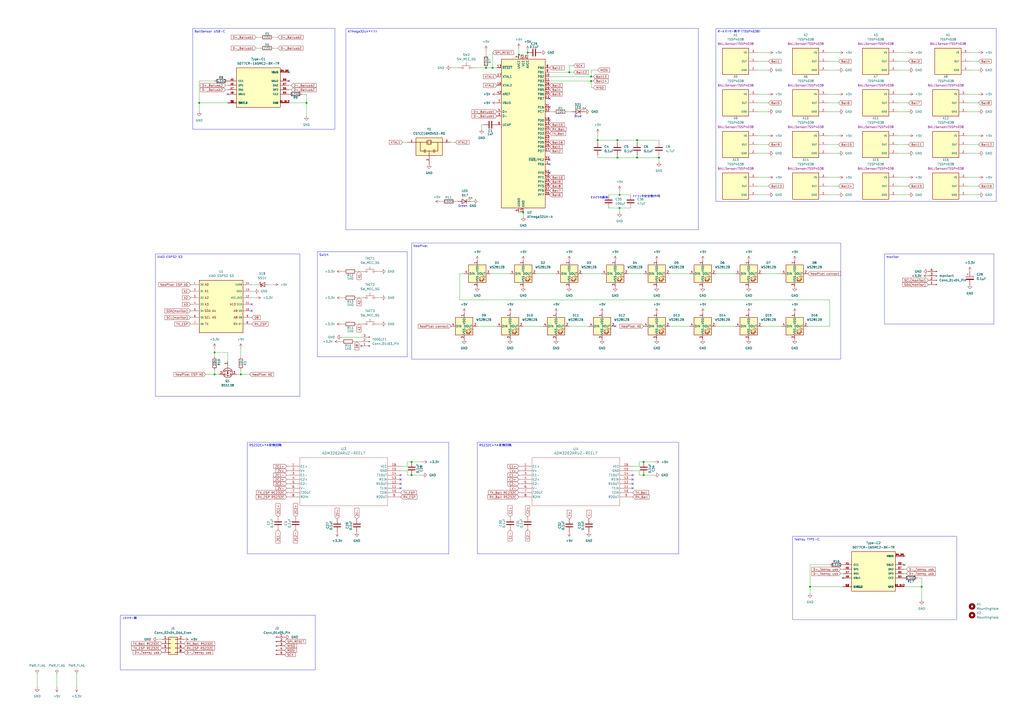
<source format=kicad_sch>
(kicad_sch (version 20250114) (generator "eeschema") (generator_version "9.0")
  (paper "A2")
  (text "ネオピクの直前" (at 347.726 114.808 0) (effects (font (size 1.27 1.27))))
  (text "Green" (at 268.478 119.634 0) (effects (font (size 1.27 1.27))))
  (text "マイコンの安定動作用" (at 374.904 114.046 0) (effects (font (size 1.27 1.27))))
  (text "Blue" (at 335.28 67.564 0) (effects (font (size 1.27 1.27))))
  (text_box "RS232Cレベル変換回路" (at 276.86 256.54 0) (size 116.84 64.77) (margins 0.9525 0.9525 0.9525 0.9525) (effects (font (size 1.27 1.27)) (justify left top)))
  (text_box "RS232Cレベル変換回路" (at 143.51 256.54 0) (size 116.84 64.77) (margins 0.9525 0.9525 0.9525 0.9525) (effects (font (size 1.27 1.27)) (justify left top)))
  (text_box "Swich" (at 184.15 146.05 0) (size 52.07 60.96) (margins 0.9525 0.9525 0.9525 0.9525) (effects (font (size 1.27 1.27)) (justify left top)))
  (text_box "NeoPixel" (at 238.76 140.97 0) (size 248.92 67.31) (margins 0.9525 0.9525 0.9525 0.9525) (effects (font (size 1.27 1.27)) (justify left top)))
  (text_box "コネクター類" (at 69.85 356.87 0) (size 113.03 31.75) (margins 0.9525 0.9525 0.9525 0.9525) (effects (font (size 1.27 1.27)) (justify left top)))
  (text_box "Teensy TYPE-C" (at 459.74 311.15 0) (size 95.25 48.26) (margins 0.9525 0.9525 0.9525 0.9525) (effects (font (size 1.27 1.27)) (justify left top)))
  (text_box "ATmega32u4マイコン" (at 200.66 16.51 0) (size 204.47 116.84) (margins 0.9525 0.9525 0.9525 0.9525) (effects (font (size 1.27 1.27)) (justify left top)))
  (text_box "XIAO ESP32 S3" (at 90.17 147.32 0) (size 83.82 82.55) (margins 0.9525 0.9525 0.9525 0.9525) (effects (font (size 1.27 1.27)) (justify left top)))
  (text_box "ボールセンサー素子（TSSP4038）" (at 415.29 16.51 0) (size 162.56 100.33) (margins 0.9525 0.9525 0.9525 0.9525) (effects (font (size 1.27 1.27)) (justify left top)))
  (text_box "BallSensor USB-C" (at 111.76 16.51 0) (size 82.55 58.42) (margins 0.9525 0.9525 0.9525 0.9525) (effects (font (size 1.27 1.27)) (justify left top)))
  (text_box "monitor" (at 513.08 147.32 0) (size 63.5 40.64) (margins 0.9525 0.9525 0.9525 0.9525) (effects (font (size 1.27 1.27)) (justify left top)))
  (junction (at 369.57 81.28))
  (junction (at 373.38 267.97))
  (junction (at 342.9 46.99))
  (junction (at 346.71 81.28))
  (junction (at 285.75 39.37))
  (junction (at 358.14 91.44))
  (junction (at 300.99 31.75))
  (junction (at 139.7 217.17))
  (junction (at 359.41 120.65))
  (junction (at 373.38 275.59))
  (junction (at 303.53 123.19))
  (junction (at 115.57 59.69))
  (junction (at 124.46 217.17))
  (junction (at 342.9 44.45))
  (junction (at 369.57 91.44))
  (junction (at 358.14 81.28))
  (junction (at 177.8 59.69))
  (junction (at 359.41 113.03))
  (junction (at 534.67 340.36))
  (junction (at 382.27 91.44))
  (junction (at 330.2 41.91))
  (junction (at 238.76 267.97))
  (junction (at 281.94 39.37))
  (junction (at 306.07 30.48))
  (junction (at 469.9 340.36))
  (junction (at 238.76 275.59))
  (junction (at 124.46 204.47))
  (no_connect (at 146.05 176.53))
  (no_connect (at 318.77 69.85))
  (no_connect (at 232.41 280.67))
  (no_connect (at 367.03 278.13))
  (no_connect (at 524.51 322.58))
  (no_connect (at 232.41 275.59))
  (no_connect (at 318.77 100.33))
  (no_connect (at 232.41 283.21))
  (no_connect (at 318.77 92.71))
  (no_connect (at 167.64 46.99))
  (no_connect (at 318.77 62.23))
  (no_connect (at 524.51 327.66))
  (no_connect (at 367.03 275.59))
  (no_connect (at 209.55 200.66))
  (no_connect (at 232.41 278.13))
  (no_connect (at 367.03 280.67))
  (no_connect (at 167.64 41.91))
  (no_connect (at 367.03 283.21))
  (no_connect (at 318.77 57.15))
  (no_connect (at 318.77 95.25))
  (no_connect (at 132.08 54.61))
  (no_connect (at 488.95 335.28))
  (no_connect (at 146.05 180.34))
  (no_connect (at 356.87 189.23))
  (wire (pts (xy 469.9 327.66) (xy 469.9 340.36)))
  (wire (pts (xy 358.14 81.28) (xy 358.14 82.55)))
  (wire (pts (xy 318.77 41.91) (xy 330.2 41.91)))
  (wire (pts (xy 207.01 157.48) (xy 209.55 157.48)))
  (wire (pts (xy 264.16 82.55) (xy 261.62 82.55)))
  (wire (pts (xy 124.46 204.47) (xy 132.08 204.47)))
  (wire (pts (xy 369.57 81.28) (xy 382.27 81.28)))
  (wire (pts (xy 534.67 340.36) (xy 534.67 347.98)))
  (wire (pts (xy 520.7 88.9) (xy 527.05 88.9)))
  (wire (pts (xy 124.46 214.63) (xy 124.46 217.17)))
  (wire (pts (xy 264.16 116.84) (xy 265.43 116.84)))
  (wire (pts (xy 487.68 330.2) (xy 488.95 330.2)))
  (wire (pts (xy 480.06 64.77) (xy 486.41 64.77)))
  (wire (pts (xy 342.9 40.64) (xy 342.9 44.45)))
  (wire (pts (xy 562.61 40.64) (xy 567.69 40.64)))
  (wire (pts (xy 276.86 189.23) (xy 288.29 189.23)))
  (wire (pts (xy 238.76 275.59) (xy 245.11 275.59)))
  (wire (pts (xy 525.78 332.74) (xy 524.51 332.74)))
  (wire (pts (xy 318.77 64.77) (xy 321.31 64.77)))
  (wire (pts (xy 480.06 35.56) (xy 486.41 35.56)))
  (wire (pts (xy 342.9 50.8) (xy 342.9 46.99)))
  (wire (pts (xy 300.99 31.75) (xy 303.53 31.75)))
  (wire (pts (xy 561.34 107.95) (xy 567.69 107.95)))
  (wire (pts (xy 275.59 39.37) (xy 281.94 39.37)))
  (wire (pts (xy 561.34 88.9) (xy 567.69 88.9)))
  (wire (pts (xy 561.34 102.87) (xy 567.69 102.87)))
  (wire (pts (xy 207.01 187.96) (xy 209.55 187.96)))
  (wire (pts (xy 306.07 29.21) (xy 306.07 30.48)))
  (wire (pts (xy 373.38 267.97) (xy 379.73 267.97)))
  (wire (pts (xy 342.9 46.99) (xy 318.77 46.99)))
  (wire (pts (xy 148.59 21.59) (xy 151.13 21.59)))
  (wire (pts (xy 520.7 78.74) (xy 527.05 78.74)))
  (wire (pts (xy 520.7 35.56) (xy 527.05 35.56)))
  (wire (pts (xy 370.84 267.97) (xy 373.38 267.97)))
  (wire (pts (xy 561.34 78.74) (xy 567.69 78.74)))
  (wire (pts (xy 415.29 158.75) (xy 426.72 158.75)))
  (wire (pts (xy 415.29 189.23) (xy 426.72 189.23)))
  (wire (pts (xy 469.9 340.36) (xy 469.9 344.17)))
  (wire (pts (xy 146.05 172.72) (xy 148.59 172.72)))
  (wire (pts (xy 439.42 113.03) (xy 445.77 113.03)))
  (wire (pts (xy 358.14 91.44) (xy 369.57 91.44)))
  (wire (pts (xy 146.05 168.91) (xy 147.32 168.91)))
  (wire (pts (xy 266.7 158.75) (xy 269.24 158.75)))
  (wire (pts (xy 481.33 173.99) (xy 266.7 173.99)))
  (wire (pts (xy 524.51 330.2) (xy 525.78 330.2)))
  (wire (pts (xy 344.17 44.45) (xy 342.9 44.45)))
  (wire (pts (xy 520.7 102.87) (xy 527.05 102.87)))
  (wire (pts (xy 124.46 204.47) (xy 124.46 207.01)))
  (wire (pts (xy 369.57 91.44) (xy 382.27 91.44)))
  (wire (pts (xy 284.48 158.75) (xy 295.91 158.75)))
  (wire (pts (xy 480.06 88.9) (xy 486.41 88.9)))
  (wire (pts (xy 236.22 270.51) (xy 236.22 267.97)))
  (wire (pts (xy 158.75 27.94) (xy 161.29 27.94)))
  (wire (pts (xy 481.33 189.23) (xy 481.33 173.99)))
  (wire (pts (xy 332.74 38.1) (xy 330.2 38.1)))
  (wire (pts (xy 481.33 327.66) (xy 469.9 327.66)))
  (wire (pts (xy 119.38 217.17) (xy 124.46 217.17)))
  (wire (pts (xy 346.71 91.44) (xy 346.71 90.17)))
  (wire (pts (xy 266.7 173.99) (xy 266.7 158.75)))
  (wire (pts (xy 255.27 116.84) (xy 256.54 116.84)))
  (wire (pts (xy 285.75 39.37) (xy 288.29 39.37)))
  (wire (pts (xy 281.94 29.21) (xy 281.94 31.75)))
  (wire (pts (xy 469.9 340.36) (xy 488.95 340.36)))
  (wire (pts (xy 369.57 91.44) (xy 369.57 90.17)))
  (wire (pts (xy 359.41 110.49) (xy 359.41 113.03)))
  (wire (pts (xy 306.07 30.48) (xy 306.07 31.75)))
  (wire (pts (xy 281.94 39.37) (xy 285.75 39.37)))
  (wire (pts (xy 238.76 267.97) (xy 245.11 267.97)))
  (wire (pts (xy 359.41 120.65) (xy 359.41 123.19)))
  (wire (pts (xy 328.93 64.77) (xy 331.47 64.77)))
  (wire (pts (xy 161.29 21.59) (xy 158.75 21.59)))
  (wire (pts (xy 198.12 187.96) (xy 199.39 187.96)))
  (wire (pts (xy 303.53 189.23) (xy 314.96 189.23)))
  (wire (pts (xy 300.99 123.19) (xy 303.53 123.19)))
  (wire (pts (xy 300.99 27.94) (xy 300.99 31.75)))
  (wire (pts (xy 232.41 270.51) (xy 236.22 270.51)))
  (wire (pts (xy 148.59 27.94) (xy 151.13 27.94)))
  (wire (pts (xy 342.9 44.45) (xy 318.77 44.45)))
  (wire (pts (xy 285.75 30.48) (xy 285.75 39.37)))
  (wire (pts (xy 524.51 340.36) (xy 534.67 340.36)))
  (wire (pts (xy 487.68 332.74) (xy 488.95 332.74)))
  (wire (pts (xy 388.62 158.75) (xy 400.05 158.75)))
  (wire (pts (xy 370.84 273.05) (xy 367.03 273.05)))
  (wire (pts (xy 370.84 275.59) (xy 370.84 273.05)))
  (wire (pts (xy 367.03 270.51) (xy 370.84 270.51)))
  (wire (pts (xy 330.2 41.91) (xy 332.74 41.91)))
  (wire (pts (xy 198.12 195.58) (xy 209.55 195.58)))
  (wire (pts (xy 139.7 214.63) (xy 139.7 217.17)))
  (wire (pts (xy 439.42 83.82) (xy 445.77 83.82)))
  (wire (pts (xy 388.62 189.23) (xy 400.05 189.23)))
  (wire (pts (xy 233.68 82.55) (xy 236.22 82.55)))
  (wire (pts (xy 520.7 83.82) (xy 527.05 83.82)))
  (wire (pts (xy 139.7 217.17) (xy 144.78 217.17)))
  (wire (pts (xy 439.42 54.61) (xy 445.77 54.61)))
  (wire (pts (xy 480.06 40.64) (xy 486.41 40.64)))
  (wire (pts (xy 139.7 201.93) (xy 139.7 207.01)))
  (wire (pts (xy 480.06 59.69) (xy 486.41 59.69)))
  (wire (pts (xy 439.42 88.9) (xy 445.77 88.9)))
  (wire (pts (xy 132.08 209.55) (xy 132.08 204.47)))
  (wire (pts (xy 441.96 158.75) (xy 453.39 158.75)))
  (wire (pts (xy 196.85 198.12) (xy 198.12 198.12)))
  (wire (pts (xy 520.7 107.95) (xy 527.05 107.95)))
  (wire (pts (xy 439.42 40.64) (xy 445.77 40.64)))
  (wire (pts (xy 177.8 59.69) (xy 177.8 67.31)))
  (wire (pts (xy 373.38 275.59) (xy 379.73 275.59)))
  (wire (pts (xy 520.7 54.61) (xy 527.05 54.61)))
  (wire (pts (xy 167.64 59.69) (xy 177.8 59.69)))
  (wire (pts (xy 532.13 335.28) (xy 534.67 335.28)))
  (wire (pts (xy 236.22 273.05) (xy 232.41 273.05)))
  (wire (pts (xy 236.22 275.59) (xy 238.76 275.59)))
  (wire (pts (xy 137.16 217.17) (xy 139.7 217.17)))
  (wire (pts (xy 562.61 30.48) (xy 567.69 30.48)))
  (wire (pts (xy 561.34 64.77) (xy 567.69 64.77)))
  (wire (pts (xy 175.26 54.61) (xy 177.8 54.61)))
  (wire (pts (xy 167.64 49.53) (xy 168.91 49.53)))
  (wire (pts (xy 520.7 59.69) (xy 527.05 59.69)))
  (wire (pts (xy 346.71 77.47) (xy 346.71 81.28)))
  (wire (pts (xy 33.02 391.16) (xy 33.02 398.78)))
  (wire (pts (xy 207.01 172.72) (xy 209.55 172.72)))
  (wire (pts (xy 359.41 113.03) (xy 365.76 113.03)))
  (wire (pts (xy 346.71 81.28) (xy 346.71 82.55)))
  (wire (pts (xy 358.14 81.28) (xy 369.57 81.28)))
  (wire (pts (xy 369.57 81.28) (xy 369.57 82.55)))
  (wire (pts (xy 330.2 189.23) (xy 341.63 189.23)))
  (wire (pts (xy 353.06 113.03) (xy 359.41 113.03)))
  (wire (pts (xy 337.82 158.75) (xy 349.25 158.75)))
  (wire (pts (xy 130.81 52.07) (xy 132.08 52.07)))
  (wire (pts (xy 534.67 335.28) (xy 534.67 340.36)))
  (wire (pts (xy 279.4 72.39) (xy 280.67 72.39)))
  (wire (pts (xy 439.42 107.95) (xy 445.77 107.95)))
  (wire (pts (xy 205.74 198.12) (xy 209.55 198.12)))
  (wire (pts (xy 480.06 78.74) (xy 486.41 78.74)))
  (wire (pts (xy 520.7 64.77) (xy 527.05 64.77)))
  (wire (pts (xy 439.42 78.74) (xy 445.77 78.74)))
  (wire (pts (xy 439.42 102.87) (xy 445.77 102.87)))
  (wire (pts (xy 21.59 391.16) (xy 21.59 398.78)))
  (wire (pts (xy 370.84 270.51) (xy 370.84 267.97)))
  (wire (pts (xy 344.17 46.99) (xy 342.9 46.99)))
  (wire (pts (xy 44.45 391.16) (xy 44.45 398.78)))
  (wire (pts (xy 364.49 158.75) (xy 373.38 158.75)))
  (wire (pts (xy 148.59 165.1) (xy 146.05 165.1)))
  (wire (pts (xy 115.57 59.69) (xy 115.57 64.77)))
  (wire (pts (xy 124.46 201.93) (xy 124.46 204.47)))
  (wire (pts (xy 265.43 39.37) (xy 261.62 39.37)))
  (wire (pts (xy 439.42 64.77) (xy 445.77 64.77)))
  (wire (pts (xy 115.57 46.99) (xy 115.57 59.69)))
  (wire (pts (xy 520.7 40.64) (xy 527.05 40.64)))
  (wire (pts (xy 115.57 59.69) (xy 132.08 59.69)))
  (wire (pts (xy 346.71 91.44) (xy 358.14 91.44)))
  (wire (pts (xy 439.42 59.69) (xy 445.77 59.69)))
  (wire (pts (xy 480.06 83.82) (xy 486.41 83.82)))
  (wire (pts (xy 115.57 46.99) (xy 124.46 46.99)))
  (wire (pts (xy 561.34 59.69) (xy 567.69 59.69)))
  (wire (pts (xy 441.96 189.23) (xy 453.39 189.23)))
  (wire (pts (xy 439.42 35.56) (xy 445.77 35.56)))
  (wire (pts (xy 273.05 116.84) (xy 274.32 116.84)))
  (wire (pts (xy 219.71 157.48) (xy 220.98 157.48)))
  (wire (pts (xy 311.15 158.75) (xy 322.58 158.75)))
  (wire (pts (xy 439.42 30.48) (xy 445.77 30.48)))
  (wire (pts (xy 358.14 91.44) (xy 358.14 90.17)))
  (wire (pts (xy 346.71 81.28) (xy 358.14 81.28)))
  (wire (pts (xy 561.34 113.03) (xy 567.69 113.03)))
  (wire (pts (xy 127 217.17) (xy 124.46 217.17)))
  (wire (pts (xy 562.61 35.56) (xy 567.69 35.56)))
  (wire (pts (xy 480.06 54.61) (xy 486.41 54.61)))
  (wire (pts (xy 279.4 72.39) (xy 279.4 74.93)))
  (wire (pts (xy 520.7 113.03) (xy 527.05 113.03)))
  (wire (pts (xy 520.7 30.48) (xy 527.05 30.48)))
  (wire (pts (xy 198.12 157.48) (xy 199.39 157.48)))
  (wire (pts (xy 344.17 50.8) (xy 342.9 50.8)))
  (wire (pts (xy 382.27 93.98) (xy 382.27 91.44)))
  (wire (pts (xy 330.2 38.1) (xy 330.2 41.91)))
  (wire (pts (xy 359.41 120.65) (xy 365.76 120.65)))
  (wire (pts (xy 480.06 113.03) (xy 486.41 113.03)))
  (wire (pts (xy 480.06 107.95) (xy 486.41 107.95)))
  (wire (pts (xy 561.34 83.82) (xy 567.69 83.82)))
  (wire (pts (xy 91.44 370.84) (xy 93.98 370.84)))
  (wire (pts (xy 198.12 172.72) (xy 199.39 172.72)))
  (wire (pts (xy 382.27 81.28) (xy 382.27 82.55)))
  (wire (pts (xy 346.71 40.64) (xy 342.9 40.64)))
  (wire (pts (xy 236.22 275.59) (xy 236.22 273.05)))
  (wire (pts (xy 303.53 123.19) (xy 303.53 125.73)))
  (wire (pts (xy 158.75 165.1) (xy 156.21 165.1)))
  (wire (pts (xy 480.06 30.48) (xy 486.41 30.48)))
  (wire (pts (xy 561.34 54.61) (xy 567.69 54.61)))
  (wire (pts (xy 177.8 54.61) (xy 177.8 59.69)))
  (wire (pts (xy 468.63 189.23) (xy 481.33 189.23)))
  (wire (pts (xy 370.84 275.59) (xy 373.38 275.59)))
  (wire (pts (xy 168.91 52.07) (xy 167.64 52.07)))
  (wire (pts (xy 382.27 91.44) (xy 382.27 90.17)))
  (wire (pts (xy 353.06 120.65) (xy 359.41 120.65)))
  (wire (pts (xy 236.22 267.97) (xy 238.76 267.97)))
  (wire (pts (xy 480.06 102.87) (xy 486.41 102.87)))
  (wire (pts (xy 219.71 172.72) (xy 220.98 172.72)))
  (wire (pts (xy 130.81 49.53) (xy 132.08 49.53)))
  (wire (pts (xy 219.71 187.96) (xy 220.98 187.96)))
  (global_label "Ball10" (shape input) (at 318.77 102.87 0) (property "Intersheetrefs" "${INTERSHEET_REFS}" (effects (hide yes))))
  (global_label "NeoPixel connect" (shape input) (at 261.62 189.23 180) (property "Intersheetrefs" "${INTERSHEET_REFS}" (effects (hide yes))))
  (global_label "D8" (shape input) (at 146.05 184.15 0) (property "Intersheetrefs" "${INTERSHEET_REFS}" (effects (hide yes))))
  (global_label "Ball1" (shape input) (at 445.77 35.56 0) (property "Intersheetrefs" "${INTERSHEET_REFS}" (effects (hide yes))))
  (global_label "C1-" (shape input) (at 300.99 275.59 180) (property "Intersheetrefs" "${INTERSHEET_REFS}" (effects (hide yes))))
  (global_label "D+_Teensy usb" (shape input) (at 487.68 330.2 180) (property "Intersheetrefs" "${INTERSHEET_REFS}" (effects (hide yes))))
  (global_label "TX_ESP RC232C" (shape input) (at 93.98 375.92 180) (property "Intersheetrefs" "${INTERSHEET_REFS}" (effects (hide yes))))
  (global_label "RX_ESP" (shape input) (at 146.05 187.96 0) (property "Intersheetrefs" "${INTERSHEET_REFS}" (effects (hide yes))))
  (global_label "D+_Teensy usb" (shape input) (at 525.78 332.74 0) (property "Intersheetrefs" "${INTERSHEET_REFS}" (effects (hide yes))))
  (global_label "Ball8" (shape input) (at 567.69 59.69 0) (property "Intersheetrefs" "${INTERSHEET_REFS}" (effects (hide yes))))
  (global_label "D-_Teensy usb" (shape input) (at 106.68 378.46 0) (property "Intersheetrefs" "${INTERSHEET_REFS}" (effects (hide yes))))
  (global_label "A2" (shape input) (at 110.49 172.72 180) (property "Intersheetrefs" "${INTERSHEET_REFS}" (effects (hide yes))))
  (global_label "D-_Ballusb2" (shape input) (at 168.91 49.53 0) (property "Intersheetrefs" "${INTERSHEET_REFS}" (effects (hide yes))))
  (global_label "V-" (shape input) (at 341.63 300.99 90) (property "Intersheetrefs" "${INTERSHEET_REFS}" (effects (hide yes))))
  (global_label "SPI_RESET" (shape input) (at 165.1 372.11 0) (property "Intersheetrefs" "${INTERSHEET_REFS}" (effects (hide yes))))
  (global_label "TX_Ball" (shape input) (at 367.03 285.75 0) (property "Intersheetrefs" "${INTERSHEET_REFS}" (effects (hide yes))))
  (global_label "2V+" (shape input) (at 195.58 300.99 90) (property "Intersheetrefs" "${INTERSHEET_REFS}" (effects (hide yes))))
  (global_label "Ball11" (shape input) (at 318.77 39.37 0) (property "Intersheetrefs" "${INTERSHEET_REFS}" (effects (hide yes))))
  (global_label "Ball8" (shape input) (at 318.77 107.95 0) (property "Intersheetrefs" "${INTERSHEET_REFS}" (effects (hide yes))))
  (global_label "RX_ESP RS232C" (shape input) (at 166.37 288.29 180) (property "Intersheetrefs" "${INTERSHEET_REFS}" (effects (hide yes))))
  (global_label "Ball11" (shape input) (at 527.05 83.82 0) (property "Intersheetrefs" "${INTERSHEET_REFS}" (effects (hide yes))))
  (global_label "Ball15" (shape input) (at 318.77 72.39 0) (property "Intersheetrefs" "${INTERSHEET_REFS}" (effects (hide yes))))
  (global_label "D+_Ballusb1" (shape input) (at 288.29 64.77 180) (property "Intersheetrefs" "${INTERSHEET_REFS}" (effects (hide yes))))
  (global_label "C1+" (shape input) (at 295.91 299.72 90) (property "Intersheetrefs" "${INTERSHEET_REFS}" (effects (hide yes))))
  (global_label "NeoPixel ESP A0" (shape input) (at 119.38 217.17 180) (property "Intersheetrefs" "${INTERSHEET_REFS}" (effects (hide yes))))
  (global_label "Ball6" (shape input) (at 486.41 59.69 0) (property "Intersheetrefs" "${INTERSHEET_REFS}" (effects (hide yes))))
  (global_label "RX_ESP" (shape input) (at 232.41 288.29 0) (property "Intersheetrefs" "${INTERSHEET_REFS}" (effects (hide yes))))
  (global_label "A1" (shape input) (at 110.49 168.91 180) (property "Intersheetrefs" "${INTERSHEET_REFS}" (effects (hide yes))))
  (global_label "A3" (shape input) (at 110.49 176.53 180) (property "Intersheetrefs" "${INTERSHEET_REFS}" (effects (hide yes))))
  (global_label "Ball9" (shape input) (at 445.77 83.82 0) (property "Intersheetrefs" "${INTERSHEET_REFS}" (effects (hide yes))))
  (global_label "A3" (shape input) (at 208.28 187.96 270) (property "Intersheetrefs" "${INTERSHEET_REFS}" (effects (hide yes))))
  (global_label "Ball13" (shape input) (at 344.17 44.45 0) (property "Intersheetrefs" "${INTERSHEET_REFS}" (effects (hide yes))))
  (global_label "D-_Teensy usb" (shape input) (at 525.78 330.2 0) (property "Intersheetrefs" "${INTERSHEET_REFS}" (effects (hide yes))))
  (global_label "Ball4" (shape input) (at 567.69 35.56 0) (property "Intersheetrefs" "${INTERSHEET_REFS}" (effects (hide yes))))
  (global_label "Ball5" (shape input) (at 445.77 59.69 0) (property "Intersheetrefs" "${INTERSHEET_REFS}" (effects (hide yes))))
  (global_label "RX_Ball RS232C" (shape input) (at 300.99 288.29 180) (property "Intersheetrefs" "${INTERSHEET_REFS}" (effects (hide yes))))
  (global_label "SCL(monitor)" (shape input) (at 110.49 184.15 180) (property "Intersheetrefs" "${INTERSHEET_REFS}" (effects (hide yes))))
  (global_label "D+_Ballusb2" (shape input) (at 168.91 52.07 0) (property "Intersheetrefs" "${INTERSHEET_REFS}" (effects (hide yes))))
  (global_label "2C1-" (shape input) (at 166.37 275.59 180) (property "Intersheetrefs" "${INTERSHEET_REFS}" (effects (hide yes))))
  (global_label "SPI_RESET" (shape input) (at 285.75 30.48 0) (property "Intersheetrefs" "${INTERSHEET_REFS}" (effects (hide yes))))
  (global_label "Ball6" (shape input) (at 318.77 113.03 0) (property "Intersheetrefs" "${INTERSHEET_REFS}" (effects (hide yes))))
  (global_label "2C2+" (shape input) (at 166.37 278.13 180) (property "Intersheetrefs" "${INTERSHEET_REFS}" (effects (hide yes))))
  (global_label "NeoPixel connect" (shape input) (at 468.63 158.75 0) (property "Intersheetrefs" "${INTERSHEET_REFS}" (effects (hide yes))))
  (global_label "NeoPixel ESP A0" (shape input) (at 110.49 165.1 180) (property "Intersheetrefs" "${INTERSHEET_REFS}" (effects (hide yes))))
  (global_label "C1-" (shape input) (at 295.91 307.34 270) (property "Intersheetrefs" "${INTERSHEET_REFS}" (effects (hide yes))))
  (global_label "2C2+" (shape input) (at 171.45 299.72 90) (property "Intersheetrefs" "${INTERSHEET_REFS}" (effects (hide yes))))
  (global_label "2V-" (shape input) (at 207.01 300.99 90) (property "Intersheetrefs" "${INTERSHEET_REFS}" (effects (hide yes))))
  (global_label "Ball16" (shape input) (at 318.77 82.55 0) (property "Intersheetrefs" "${INTERSHEET_REFS}" (effects (hide yes))))
  (global_label "D+_Ballusb2" (shape input) (at 161.29 21.59 0) (property "Intersheetrefs" "${INTERSHEET_REFS}" (effects (hide yes))))
  (global_label "SDA(monitor)" (shape input) (at 538.48 165.1 180) (property "Intersheetrefs" "${INTERSHEET_REFS}" (effects (hide yes))))
  (global_label "XTAL1" (shape input) (at 288.29 44.45 180) (property "Intersheetrefs" "${INTERSHEET_REFS}" (effects (hide yes))))
  (global_label "C2-" (shape input) (at 306.07 307.34 270) (property "Intersheetrefs" "${INTERSHEET_REFS}" (effects (hide yes))))
  (global_label "Ball2" (shape input) (at 486.41 35.56 0) (property "Intersheetrefs" "${INTERSHEET_REFS}" (effects (hide yes))))
  (global_label "A2" (shape input) (at 208.28 172.72 270) (property "Intersheetrefs" "${INTERSHEET_REFS}" (effects (hide yes))))
  (global_label "V+" (shape input) (at 330.2 300.99 90) (property "Intersheetrefs" "${INTERSHEET_REFS}" (effects (hide yes))))
  (global_label "A1" (shape input) (at 208.28 157.48 270) (property "Intersheetrefs" "${INTERSHEET_REFS}" (effects (hide yes))))
  (global_label "C2-" (shape input) (at 300.99 280.67 180) (property "Intersheetrefs" "${INTERSHEET_REFS}" (effects (hide yes))))
  (global_label "MOSI" (shape input) (at 346.71 40.64 0) (property "Intersheetrefs" "${INTERSHEET_REFS}" (effects (hide yes))))
  (global_label "XTAL1" (shape input) (at 233.68 82.55 180) (property "Intersheetrefs" "${INTERSHEET_REFS}" (effects (hide yes))))
  (global_label "TX_ESP RC232C" (shape input) (at 166.37 285.75 180) (property "Intersheetrefs" "${INTERSHEET_REFS}" (effects (hide yes))))
  (global_label "MISO" (shape input) (at 344.17 50.8 0) (property "Intersheetrefs" "${INTERSHEET_REFS}" (effects (hide yes))))
  (global_label "Ball13" (shape input) (at 445.77 107.95 0) (property "Intersheetrefs" "${INTERSHEET_REFS}" (effects (hide yes))))
  (global_label "NeoPixel A0" (shape input) (at 373.38 189.23 180) (property "Intersheetrefs" "${INTERSHEET_REFS}" (effects (hide yes))))
  (global_label "XTAL2" (shape input) (at 288.29 49.53 180) (property "Intersheetrefs" "${INTERSHEET_REFS}" (effects (hide yes))))
  (global_label "D+_Ballusb1" (shape input) (at 148.59 21.59 180) (property "Intersheetrefs" "${INTERSHEET_REFS}" (effects (hide yes))))
  (global_label "D+_Teensy usb" (shape input) (at 93.98 378.46 180) (property "Intersheetrefs" "${INTERSHEET_REFS}" (effects (hide yes))))
  (global_label "RX_Ball" (shape input) (at 318.77 74.93 0) (property "Intersheetrefs" "${INTERSHEET_REFS}" (effects (hide yes))))
  (global_label "C2+" (shape input) (at 306.07 299.72 90) (property "Intersheetrefs" "${INTERSHEET_REFS}" (effects (hide yes))))
  (global_label "Ball9" (shape input) (at 318.77 105.41 0) (property "Intersheetrefs" "${INTERSHEET_REFS}" (effects (hide yes))))
  (global_label "2C2-" (shape input) (at 166.37 280.67 180) (property "Intersheetrefs" "${INTERSHEET_REFS}" (effects (hide yes))))
  (global_label "D-_Ballusb2" (shape input) (at 161.29 27.94 0) (property "Intersheetrefs" "${INTERSHEET_REFS}" (effects (hide yes))))
  (global_label "2C1+" (shape input) (at 166.37 270.51 180) (property "Intersheetrefs" "${INTERSHEET_REFS}" (effects (hide yes))))
  (global_label "Ball5" (shape input) (at 318.77 54.61 0) (property "Intersheetrefs" "${INTERSHEET_REFS}" (effects (hide yes))))
  (global_label "NeoPixel A0" (shape input) (at 144.78 217.17 0) (property "Intersheetrefs" "${INTERSHEET_REFS}" (effects (hide yes))))
  (global_label "2C2-" (shape input) (at 171.45 307.34 270) (property "Intersheetrefs" "${INTERSHEET_REFS}" (effects (hide yes))))
  (global_label "V+" (shape input) (at 300.99 273.05 180) (property "Intersheetrefs" "${INTERSHEET_REFS}" (effects (hide yes))))
  (global_label "Ball14" (shape input) (at 344.17 46.99 0) (property "Intersheetrefs" "${INTERSHEET_REFS}" (effects (hide yes))))
  (global_label "C2+" (shape input) (at 300.99 278.13 180) (property "Intersheetrefs" "${INTERSHEET_REFS}" (effects (hide yes))))
  (global_label "Ball3" (shape input) (at 318.77 49.53 0) (property "Intersheetrefs" "${INTERSHEET_REFS}" (effects (hide yes))))
  (global_label "TX_Ball RC232C" (shape input) (at 93.98 373.38 180) (property "Intersheetrefs" "${INTERSHEET_REFS}" (effects (hide yes))))
  (global_label "D8" (shape input) (at 207.01 198.12 270) (property "Intersheetrefs" "${INTERSHEET_REFS}" (effects (hide yes))))
  (global_label "XTAL2" (shape input) (at 264.16 82.55 0) (property "Intersheetrefs" "${INTERSHEET_REFS}" (effects (hide yes))))
  (global_label "TX_Ball RC232C" (shape input) (at 300.99 285.75 180) (property "Intersheetrefs" "${INTERSHEET_REFS}" (effects (hide yes))))
  (global_label "Ball2" (shape input) (at 318.77 87.63 0) (property "Intersheetrefs" "${INTERSHEET_REFS}" (effects (hide yes))))
  (global_label "V-" (shape input) (at 300.99 283.21 180) (property "Intersheetrefs" "${INTERSHEET_REFS}" (effects (hide yes))))
  (global_label "SDA(monitor)" (shape input) (at 110.49 180.34 180) (property "Intersheetrefs" "${INTERSHEET_REFS}" (effects (hide yes))))
  (global_label "2V+" (shape input) (at 166.37 273.05 180) (property "Intersheetrefs" "${INTERSHEET_REFS}" (effects (hide yes))))
  (global_label "Ball10" (shape input) (at 486.41 83.82 0) (property "Intersheetrefs" "${INTERSHEET_REFS}" (effects (hide yes))))
  (global_label "Ball15" (shape input) (at 527.05 107.95 0) (property "Intersheetrefs" "${INTERSHEET_REFS}" (effects (hide yes))))
  (global_label "Ball16" (shape input) (at 567.69 107.95 0) (property "Intersheetrefs" "${INTERSHEET_REFS}" (effects (hide yes))))
  (global_label "D+_Ballusb2" (shape input) (at 130.81 49.53 180) (property "Intersheetrefs" "${INTERSHEET_REFS}" (effects (hide yes))))
  (global_label "D-_Teensy usb" (shape input) (at 487.68 332.74 180) (property "Intersheetrefs" "${INTERSHEET_REFS}" (effects (hide yes))))
  (global_label "Ball12" (shape input) (at 567.69 83.82 0) (property "Intersheetrefs" "${INTERSHEET_REFS}" (effects (hide yes))))
  (global_label "SCK" (shape input) (at 332.74 38.1 0) (property "Intersheetrefs" "${INTERSHEET_REFS}" (effects (hide yes))))
  (global_label "Ball7" (shape input) (at 527.05 59.69 0) (property "Intersheetrefs" "${INTERSHEET_REFS}" (effects (hide yes))))
  (global_label "TX_ESP" (shape input) (at 232.41 285.75 0) (property "Intersheetrefs" "${INTERSHEET_REFS}" (effects (hide yes))))
  (global_label "MOSI" (shape input) (at 165.1 377.19 0) (property "Intersheetrefs" "${INTERSHEET_REFS}" (effects (hide yes))))
  (global_label "D-_Ballusb1" (shape input) (at 288.29 67.31 180) (property "Intersheetrefs" "${INTERSHEET_REFS}" (effects (hide yes))))
  (global_label "MISO" (shape input) (at 165.1 374.65 0) (property "Intersheetrefs" "${INTERSHEET_REFS}" (effects (hide yes))))
  (global_label "RX_ESP RS232C" (shape input) (at 106.68 375.92 0) (property "Intersheetrefs" "${INTERSHEET_REFS}" (effects (hide yes))))
  (global_label "SCK" (shape input) (at 165.1 379.73 0) (property "Intersheetrefs" "${INTERSHEET_REFS}" (effects (hide yes))))
  (global_label "C1+" (shape input) (at 300.99 270.51 180) (property "Intersheetrefs" "${INTERSHEET_REFS}" (effects (hide yes))))
  (global_label "2C1+" (shape input) (at 161.29 299.72 90) (property "Intersheetrefs" "${INTERSHEET_REFS}" (effects (hide yes))))
  (global_label "Ball12" (shape input) (at 332.74 41.91 0) (property "Intersheetrefs" "${INTERSHEET_REFS}" (effects (hide yes))))
  (global_label "Ball3" (shape input) (at 527.05 35.56 0) (property "Intersheetrefs" "${INTERSHEET_REFS}" (effects (hide yes))))
  (global_label "D-_Ballusb2" (shape input) (at 130.81 52.07 180) (property "Intersheetrefs" "${INTERSHEET_REFS}" (effects (hide yes))))
  (global_label "2C1-" (shape input) (at 161.29 307.34 270) (property "Intersheetrefs" "${INTERSHEET_REFS}" (effects (hide yes))))
  (global_label "TX_ESP" (shape input) (at 110.49 187.96 180) (property "Intersheetrefs" "${INTERSHEET_REFS}" (effects (hide yes))))
  (global_label "D-_Ballusb1" (shape input) (at 148.59 27.94 180) (property "Intersheetrefs" "${INTERSHEET_REFS}" (effects (hide yes))))
  (global_label "RX_Ball RS232C" (shape input) (at 106.68 373.38 0) (property "Intersheetrefs" "${INTERSHEET_REFS}" (effects (hide yes))))
  (global_label "TX_Ball" (shape input) (at 318.77 77.47 0) (property "Intersheetrefs" "${INTERSHEET_REFS}" (effects (hide yes))))
  (global_label "Ball1" (shape input) (at 318.77 85.09 0) (property "Intersheetrefs" "${INTERSHEET_REFS}" (effects (hide yes))))
  (global_label "RX_Ball" (shape input) (at 367.03 288.29 0) (property "Intersheetrefs" "${INTERSHEET_REFS}" (effects (hide yes))))
  (global_label "Ball14" (shape input) (at 486.41 107.95 0) (property "Intersheetrefs" "${INTERSHEET_REFS}" (effects (hide yes))))
  (global_label "Ball4" (shape input) (at 318.77 52.07 0) (property "Intersheetrefs" "${INTERSHEET_REFS}" (effects (hide yes))))
  (global_label "Ball7" (shape input) (at 318.77 110.49 0) (property "Intersheetrefs" "${INTERSHEET_REFS}" (effects (hide yes))))
  (global_label "2V-" (shape input) (at 166.37 283.21 180) (property "Intersheetrefs" "${INTERSHEET_REFS}" (effects (hide yes))))
  (global_label "SCL(monitor)" (shape input) (at 538.48 162.56 180) (property "Intersheetrefs" "${INTERSHEET_REFS}" (effects (hide yes))))
  (symbol (lib_id "Mechanical:MountingHole") (at 563.88 356.87 0) (unit 1) (exclude_from_sim yes) (in_bom no)
    (property "Reference" "H2" (at 566.42 355.5999 0) (effects (justify left)))
    (property "Value" "MountingHole" (at 566.42 358.1399 0) (effects (justify left)))
    (property "Footprint" "MountingHole:MountingHole_3.2mm_M3" (effects (hide yes)))
    (property "Description" "Mounting Hole without connection" (effects (hide yes)))
  )
  (symbol (lib_id "Device:R") (at 203.2 157.48 90) (unit 1)
    (property "Reference" "R12" (at 203.2 159.766 90))
    (property "Value" "1kΩ" (at 203.2 161.544 90))
    (property "Footprint" "Resistor_SMD:R_0603_1608Metric" (effects (hide yes)))
    (property "Description" "Resistor" (effects (hide yes)))
  )
  (symbol (lib_id "Switch:SW_MEC_5G") (at 270.51 39.37 0) (unit 1)
    (property "Reference" "SW2" (at 270.51 31.75 0))
    (property "Value" "SW_MEC_5G" (at 270.51 34.29 0))
    (property "Footprint" "Button:Reset switch" (effects (hide yes)))
    (property "Datasheet" "http://www.apem.com/int/index.php?controller=attachment&id_attachment=488" (effects (hide yes)))
    (property "Description" "MEC 5G single pole normally-open tactile switch" (effects (hide yes)))
  )
  (symbol (lib_id "power:GND") (at 567.69 40.64 90) (unit 1)
    (property "Reference" "#PWR08" (effects (hide yes)))
    (property "Value" "GND" (at 571.5 40.6399 90) (effects (justify right)))
    (property "Description" "Power symbol creates a global label with name \"GND\" , ground" (effects (hide yes)))
  )
  (symbol (lib_id "LED:WS2812B") (at 330.2 158.75 0) (unit 1)
    (property "Reference" "D3" (at 341.63 152.4314 0))
    (property "Value" "WS2812B" (at 341.63 154.9714 0))
    (property "Footprint" "LED_SMD:LED_WS2812B_PLCC4_5.0x5.0mm_P3.2mm" (effects (hide yes)))
    (property "Datasheet" "https://cdn-shop.adafruit.com/datasheets/WS2812B.pdf" (effects (hide yes)))
    (property "Description" "RGB LED with integrated controller" (effects (hide yes)))
  )
  (symbol (lib_id "power:+5V") (at 288.29 59.69 90) (unit 1)
    (property "Reference" "#PWR090" (effects (hide yes)))
    (property "Value" "+5V" (at 284.48 59.6899 90) (effects (justify left)))
    (property "Description" "Power symbol creates a global label with name \"+5V\"" (effects (hide yes)))
  )
  (symbol (lib_id "power:GND") (at 220.98 187.96 90) (unit 1)
    (property "Reference" "#PWR099" (effects (hide yes)))
    (property "Value" "GND" (at 224.79 187.9599 90) (effects (justify right)))
    (property "Description" "Power symbol creates a global label with name \"GND\" , ground" (effects (hide yes)))
  )
  (symbol (lib_id "power:GND") (at 379.73 275.59 90) (unit 1)
    (property "Reference" "#PWR0145" (effects (hide yes)))
    (property "Value" "GND" (at 383.54 275.5899 90) (effects (justify right)))
    (property "Description" "Power symbol creates a global label with name \"GND\" , ground" (effects (hide yes)))
  )
  (symbol (lib_id "LED:WS2812B") (at 295.91 189.23 0) (unit 1)
    (property "Reference" "D10" (at 307.34 182.9114 0))
    (property "Value" "WS2812B" (at 307.34 185.4514 0))
    (property "Footprint" "LED_SMD:LED_WS2812B_PLCC4_5.0x5.0mm_P3.2mm" (effects (hide yes)))
    (property "Datasheet" "https://cdn-shop.adafruit.com/datasheets/WS2812B.pdf" (effects (hide yes)))
    (property "Description" "RGB LED with integrated controller" (effects (hide yes)))
  )
  (symbol (lib_id "power:+5V") (at 567.69 30.48 270) (unit 1)
    (property "Reference" "#PWR07" (effects (hide yes)))
    (property "Value" "+5V" (at 571.5 30.4799 90) (effects (justify left)))
    (property "Description" "Power symbol creates a global label with name \"+5V\"" (effects (hide yes)))
  )
  (symbol (lib_id "power:+5V") (at 381 181.61 0) (unit 1)
    (property "Reference" "#PWR081" (effects (hide yes)))
    (property "Value" "+5V" (at 381 176.53 0))
    (property "Description" "Power symbol creates a global label with name \"+5V\"" (effects (hide yes)))
  )
  (symbol (lib_id "power:GND") (at 486.41 113.03 90) (unit 1)
    (property "Reference" "#PWR024" (effects (hide yes)))
    (property "Value" "GND" (at 490.22 113.0299 90) (effects (justify right)))
    (property "Description" "Power symbol creates a global label with name \"GND\" , ground" (effects (hide yes)))
  )
  (symbol (lib_id "LED:WS2812B") (at 276.86 158.75 0) (unit 1)
    (property "Reference" "D1" (at 288.29 152.4314 0))
    (property "Value" "WS2812B" (at 288.29 154.9714 0))
    (property "Footprint" "LED_SMD:LED_WS2812B_PLCC4_5.0x5.0mm_P3.2mm" (effects (hide yes)))
    (property "Datasheet" "https://cdn-shop.adafruit.com/datasheets/WS2812B.pdf" (effects (hide yes)))
    (property "Description" "RGB LED with integrated controller" (effects (hide yes)))
  )
  (symbol (lib_id "LED:WS2812B") (at 461.01 189.23 0) (unit 1)
    (property "Reference" "D16" (at 472.44 182.9114 0))
    (property "Value" "WS2812B" (at 472.44 185.4514 0))
    (property "Footprint" "LED_SMD:LED_WS2812B_PLCC4_5.0x5.0mm_P3.2mm" (effects (hide yes)))
    (property "Datasheet" "https://cdn-shop.adafruit.com/datasheets/WS2812B.pdf" (effects (hide yes)))
    (property "Description" "RGB LED with integrated controller" (effects (hide yes)))
  )
  (symbol (lib_id "power:+5V") (at 434.34 181.61 0) (unit 1)
    (property "Reference" "#PWR085" (effects (hide yes)))
    (property "Value" "+5V" (at 434.34 176.53 0))
    (property "Description" "Power symbol creates a global label with name \"+5V\"" (effects (hide yes)))
  )
  (symbol (lib_id "Device:R") (at 203.2 172.72 90) (unit 1)
    (property "Reference" "R13" (at 203.2 175.006 90))
    (property "Value" "1kΩ" (at 203.2 176.784 90))
    (property "Footprint" "Resistor_SMD:R_0603_1608Metric" (effects (hide yes)))
    (property "Description" "Resistor" (effects (hide yes)))
  )
  (symbol (lib_name "TSSP4038_1") (lib_id "BALLSensor:TSSP4038") (at 508 107.95 0) (unit 1)
    (property "Reference" "A15" (at 508 92.71 0))
    (property "Value" "TSSP4038" (at 508 95.25 0))
    (property "Footprint" "BALLSensor:TSSP4038" (at 508 97.79 0))
    (property "PARTREV" "2.3" (effects (hide yes)))
    (property "STANDARD" "IPC 7351B" (effects (hide yes)))
    (property "MAXIMUM_PACKAGE_HEIGHT" "10.25 mm" (effects (hide yes)))
    (property "MANUFACTURER" "Vishay" (effects (hide yes)))
  )
  (symbol (lib_id "power:+5V") (at 445.77 102.87 270) (unit 1)
    (property "Reference" "#PWR019" (effects (hide yes)))
    (property "Value" "+5V" (at 449.58 102.8699 90) (effects (justify left)))
    (property "Description" "Power symbol creates a global label with name \"+5V\"" (effects (hide yes)))
  )
  (symbol (lib_id "power:+5V") (at 269.24 181.61 0) (unit 1)
    (property "Reference" "#PWR073" (effects (hide yes)))
    (property "Value" "+5V" (at 269.24 176.53 0))
    (property "Description" "Power symbol creates a global label with name \"+5V\"" (effects (hide yes)))
  )
  (symbol (lib_id "power:GND") (at 534.67 347.98 0) (unit 1)
    (property "Reference" "#PWR0136" (effects (hide yes)))
    (property "Value" "GND" (at 534.67 353.06 0))
    (property "Description" "Power symbol creates a global label with name \"GND\" , ground" (effects (hide yes)))
  )
  (symbol (lib_id "power:GND") (at 567.69 64.77 90) (unit 1)
    (property "Reference" "#PWR016" (effects (hide yes)))
    (property "Value" "GND" (at 571.5 64.7699 90) (effects (justify right)))
    (property "Description" "Power symbol creates a global label with name \"GND\" , ground" (effects (hide yes)))
  )
  (symbol (lib_id "power:+5V") (at 255.27 116.84 90) (unit 1)
    (property "Reference" "#PWR055" (effects (hide yes)))
    (property "Value" "+5V" (at 253.492 114.3 90))
    (property "Description" "Power symbol creates a global label with name \"+5V\"" (effects (hide yes)))
  )
  (symbol (lib_id "power:+5V") (at 567.69 54.61 270) (unit 1)
    (property "Reference" "#PWR015" (effects (hide yes)))
    (property "Value" "+5V" (at 571.5 54.6099 90) (effects (justify left)))
    (property "Description" "Power symbol creates a global label with name \"+5V\"" (effects (hide yes)))
  )
  (symbol (lib_id "power:GND") (at 248.92 95.25 0) (unit 1)
    (property "Reference" "#PWR041" (effects (hide yes)))
    (property "Value" "GND" (at 248.92 100.33 0))
    (property "Description" "Power symbol creates a global label with name \"GND\" , ground" (effects (hide yes)))
  )
  (symbol (lib_id "Connector_Generic:Conn_02x04_Odd_Even") (at 99.06 373.38 0) (unit 1)
    (property "Reference" "J1" (at 100.33 364.49 0))
    (property "Value" "Conn_02x04_Odd_Even" (at 100.33 367.03 0))
    (property "Footprint" "Connector_PinHeader_2.54mm:PinHeader_2x04_P2.54mm_Vertical" (effects (hide yes)))
    (property "Description" "Generic connector, double row, 02x04, odd/even pin numbering scheme (row 1 odd numbers, row 2 even numbers), script generated (kicad-library-utils/schlib/autogen/connector/)" (effects (hide yes)))
  )
  (symbol (lib_id "power:GND") (at 527.05 40.64 90) (unit 1)
    (property "Reference" "#PWR06" (effects (hide yes)))
    (property "Value" "GND" (at 530.86 40.6399 90) (effects (justify right)))
    (property "Description" "Power symbol creates a global label with name \"GND\" , ground" (effects (hide yes)))
  )
  (symbol (lib_id "Type-C:5077CR-16SMC2-BK-TR") (at 149.86 49.53 0) (unit 1)
    (property "Reference" "Type-C1" (at 149.86 34.29 0))
    (property "Value" "5077CR-16SMC2-BK-TR" (at 149.86 36.83 0))
    (property "Footprint" "Type-C:NELTRON_5077CR-16SMC2-BK-TR" (effects (hide yes)))
    (property "MF" "Neltron" (effects (hide yes)))
    (property "MAXIMUM_PACKAGE_HEIGHT" "3.26mm" (effects (hide yes)))
    (property "Package" "Package" (effects (hide yes)))
    (property "Price" "None" (effects (hide yes)))
    (property "Check_prices" "https://www.snapeda.com/parts/5077CR-16SMC2-BK-TR/Neltron/view-part/?ref=eda" (effects (hide yes)))
    (property "STANDARD" "Manufacturer Recommendations" (effects (hide yes)))
    (property "PARTREV" "B" (effects (hide yes)))
    (property "SnapEDA_Link" "https://www.snapeda.com/parts/5077CR-16SMC2-BK-TR/Neltron/view-part/?ref=snap" (effects (hide yes)))
    (property "MP" "5077CR-16SMC2-BK-TR" (effects (hide yes)))
    (property "Description_1" "\n                        \n                            USB 3.1 C Type Female with Peg\n                        \n" (effects (hide yes)))
    (property "MANUFACTURER" "Neltron" (effects (hide yes)))
    (property "Availability" "Not in stock" (effects (hide yes)))
    (property "SNAPEDA_PN" "5077CR-16SMC2-BK-TR" (effects (hide yes)))
  )
  (symbol (lib_id "Device:C") (at 295.91 303.53 180) (unit 1)
    (property "Reference" "C30" (at 290.322 303.53 90))
    (property "Value" "0.1uF" (at 292.354 303.53 90))
    (property "Footprint" "Capacitor_SMD:C_0402_1005Metric" (effects (hide yes)))
    (property "Description" "Unpolarized capacitor" (effects (hide yes)))
  )
  (symbol (lib_id "power:PWR_FLAG") (at 33.02 391.16 0) (unit 1)
    (property "Reference" "#FLG02" (effects (hide yes)))
    (property "Value" "PWR_FLAG" (at 33.02 386.08 0))
    (property "Description" "Special symbol for telling ERC where power comes from" (effects (hide yes)))
  )
  (symbol (lib_id "power:GND") (at 382.27 93.98 0) (unit 1)
    (property "Reference" "#PWR043" (effects (hide yes)))
    (property "Value" "GND" (at 382.27 99.06 0))
    (property "Description" "Power symbol creates a global label with name \"GND\" , ground" (effects (hide yes)))
  )
  (symbol (lib_id "MCU_Microchip_ATmega:ATmega32U4-A") (at 303.53 77.47 0) (unit 1)
    (property "Reference" "U2" (at 305.7241 123.19 0) (effects (justify left)))
    (property "Value" "ATmega32U4-A" (at 305.7241 125.73 0) (effects (justify left)))
    (property "Footprint" "Package_QFP:TQFP-44_10x10mm_P0.8mm" (effects (hide yes)))
    (property "Datasheet" "http://ww1.microchip.com/downloads/en/DeviceDoc/Atmel-7766-8-bit-AVR-ATmega16U4-32U4_Datasheet.pdf" (effects (hide yes)))
    (property "Description" "16MHz, 32kB Flash, 2.5kB SRAM, 1kB EEPROM, USB 2.0, TQFP-44" (effects (hide yes)))
  )
  (symbol (lib_id "LED:WS2812B") (at 434.34 158.75 0) (unit 1)
    (property "Reference" "D7" (at 445.77 152.4314 0))
    (property "Value" "WS2812B" (at 445.77 154.9714 0))
    (property "Footprint" "LED_SMD:LED_WS2812B_PLCC4_5.0x5.0mm_P3.2mm" (effects (hide yes)))
    (property "Datasheet" "https://cdn-shop.adafruit.com/datasheets/WS2812B.pdf" (effects (hide yes)))
    (property "Description" "RGB LED with integrated controller" (effects (hide yes)))
  )
  (symbol (lib_id "power:+5V") (at 527.05 78.74 270) (unit 1)
    (property "Reference" "#PWR025" (effects (hide yes)))
    (property "Value" "+5V" (at 530.86 78.7399 90) (effects (justify left)))
    (property "Description" "Power symbol creates a global label with name \"+5V\"" (effects (hide yes)))
  )
  (symbol (lib_id "Device:D_Schottky") (at 152.4 165.1 0) (unit 1)
    (property "Reference" "D18" (at 152.0825 158.75 0))
    (property "Value" "SS14" (at 152.0825 161.29 0))
    (property "Footprint" "Diode_SMD:D_SMA" (effects (hide yes)))
    (property "Description" "Schottky diode" (effects (hide yes)))
  )
  (symbol (lib_id "power:+5V") (at 281.94 29.21 0) (unit 1)
    (property "Reference" "#PWR040" (effects (hide yes)))
    (property "Value" "+5V" (at 281.94 24.13 0))
    (property "Description" "Power symbol creates a global label with name \"+5V\"" (effects (hide yes)))
  )
  (symbol (lib_id "power:+3.3V") (at 44.45 398.78 180) (unit 1)
    (property "Reference" "#PWR048" (effects (hide yes)))
    (property "Value" "+3.3V" (at 44.45 403.86 0))
    (property "Description" "Power symbol creates a global label with name \"+3.3V\"" (effects (hide yes)))
  )
  (symbol (lib_id "power:+5V") (at 300.99 27.94 0) (unit 1)
    (property "Reference" "#PWR039" (effects (hide yes)))
    (property "Value" "+5V" (at 300.99 22.86 0))
    (property "Description" "Power symbol creates a global label with name \"+5V\"" (effects (hide yes)))
  )
  (symbol (lib_id "power:+5V") (at 322.58 181.61 0) (unit 1)
    (property "Reference" "#PWR077" (effects (hide yes)))
    (property "Value" "+5V" (at 322.58 176.53 0))
    (property "Description" "Power symbol creates a global label with name \"+5V\"" (effects (hide yes)))
  )
  (symbol (lib_id "power:+5V") (at 106.68 370.84 270) (unit 1)
    (property "Reference" "#PWR035" (effects (hide yes)))
    (property "Value" "+5V" (at 110.49 370.8399 90) (effects (justify left)))
    (property "Description" "Power symbol creates a global label with name \"+5V\"" (effects (hide yes)))
  )
  (symbol (lib_id "power:GND") (at 359.41 123.19 0) (unit 1)
    (property "Reference" "#PWR0146" (effects (hide yes)))
    (property "Value" "GND" (at 359.41 128.27 0))
    (property "Description" "Power symbol creates a global label with name \"GND\" , ground" (effects (hide yes)))
  )
  (symbol (lib_id "LED:WS2812B") (at 322.58 189.23 0) (unit 1)
    (property "Reference" "D11" (at 334.01 182.9114 0))
    (property "Value" "WS2812B" (at 334.01 185.4514 0))
    (property "Footprint" "LED_SMD:LED_WS2812B_PLCC4_5.0x5.0mm_P3.2mm" (effects (hide yes)))
    (property "Datasheet" "https://cdn-shop.adafruit.com/datasheets/WS2812B.pdf" (effects (hide yes)))
    (property "Description" "RGB LED with integrated controller" (effects (hide yes)))
  )
  (symbol (lib_id "power:GND") (at 91.44 370.84 270) (unit 1)
    (property "Reference" "#PWR036" (effects (hide yes)))
    (property "Value" "GND" (at 87.63 370.8399 90) (effects (justify right)))
    (property "Description" "Power symbol creates a global label with name \"GND\" , ground" (effects (hide yes)))
  )
  (symbol (lib_id "LED:WS2812B") (at 269.24 189.23 0) (unit 1)
    (property "Reference" "D9" (at 280.67 182.9114 0))
    (property "Value" "WS2812B" (at 280.67 185.4514 0))
    (property "Footprint" "LED_SMD:LED_WS2812B_PLCC4_5.0x5.0mm_P3.2mm" (effects (hide yes)))
    (property "Datasheet" "https://cdn-shop.adafruit.com/datasheets/WS2812B.pdf" (effects (hide yes)))
    (property "Description" "RGB LED with integrated controller" (effects (hide yes)))
  )
  (symbol (lib_id "Device:C") (at 171.45 303.53 180) (unit 1)
    (property "Reference" "C3" (at 165.862 303.53 90))
    (property "Value" "0.1uF" (at 167.894 303.53 90))
    (property "Footprint" "Capacitor_SMD:C_0402_1005Metric" (effects (hide yes)))
    (property "Description" "Unpolarized capacitor" (effects (hide yes)))
  )
  (symbol (lib_name "TSSP4038_1") (lib_id "BALLSensor:TSSP4038") (at 548.64 107.95 0) (unit 1)
    (property "Reference" "A16" (at 548.64 92.71 0))
    (property "Value" "TSSP4038" (at 548.64 95.25 0))
    (property "Footprint" "BALLSensor:TSSP4038" (at 548.64 97.79 0))
    (property "PARTREV" "2.3" (effects (hide yes)))
    (property "STANDARD" "IPC 7351B" (effects (hide yes)))
    (property "MAXIMUM_PACKAGE_HEIGHT" "10.25 mm" (effects (hide yes)))
    (property "MANUFACTURER" "Vishay" (effects (hide yes)))
  )
  (symbol (lib_id "power:GND") (at 330.2 166.37 0) (unit 1)
    (property "Reference" "#PWR062" (effects (hide yes)))
    (property "Value" "GND" (at 330.2 171.45 0))
    (property "Description" "Power symbol creates a global label with name \"GND\" , ground" (effects (hide yes)))
  )
  (symbol (lib_id "power:PWR_FLAG") (at 44.45 391.16 0) (unit 1)
    (property "Reference" "#FLG03" (effects (hide yes)))
    (property "Value" "PWR_FLAG" (at 44.45 386.08 0))
    (property "Description" "Special symbol for telling ERC where power comes from" (effects (hide yes)))
  )
  (symbol (lib_name "TSSP4038_1") (lib_id "BALLSensor:TSSP4038") (at 508 83.82 0) (unit 1)
    (property "Reference" "A11" (at 508 68.58 0))
    (property "Value" "TSSP4038" (at 508 71.12 0))
    (property "Footprint" "BALLSensor:TSSP4038" (at 508 73.66 0))
    (property "PARTREV" "2.3" (effects (hide yes)))
    (property "STANDARD" "IPC 7351B" (effects (hide yes)))
    (property "MAXIMUM_PACKAGE_HEIGHT" "10.25 mm" (effects (hide yes)))
    (property "MANUFACTURER" "Vishay" (effects (hide yes)))
  )
  (symbol (lib_id "Device:C") (at 346.71 86.36 180) (unit 1)
    (property "Reference" "C4" (at 350.52 85.0899 0) (effects (justify right)))
    (property "Value" "0.1uF" (at 350.52 87.6299 0) (effects (justify right)))
    (property "Footprint" "Capacitor_SMD:C_0603_1608Metric" (effects (hide yes)))
    (property "Description" "Unpolarized capacitor" (effects (hide yes)))
  )
  (symbol (lib_id "power:GND") (at 339.09 64.77 90) (unit 1)
    (property "Reference" "#PWR0142" (effects (hide yes)))
    (property "Value" "GND" (at 342.9 64.7699 90) (effects (justify right)))
    (property "Description" "Power symbol creates a global label with name \"GND\" , ground" (effects (hide yes)))
  )
  (symbol (lib_id "LED:WS2812B") (at 356.87 158.75 0) (unit 1)
    (property "Reference" "D4" (at 368.3 152.4314 0))
    (property "Value" "WS2812B" (at 368.3 154.9714 0))
    (property "Footprint" "LED_SMD:LED_WS2812B_PLCC4_5.0x5.0mm_P3.2mm" (effects (hide yes)))
    (property "Datasheet" "https://cdn-shop.adafruit.com/datasheets/WS2812B.pdf" (effects (hide yes)))
    (property "Description" "RGB LED with integrated controller" (effects (hide yes)))
  )
  (symbol (lib_id "power:+5V") (at 346.71 77.47 0) (unit 1)
    (property "Reference" "#PWR042" (effects (hide yes)))
    (property "Value" "+5V" (at 346.71 72.39 0))
    (property "Description" "Power symbol creates a global label with name \"+5V\"" (effects (hide yes)))
  )
  (symbol (lib_id "Switch:SW_MEC_5G") (at 214.63 187.96 0) (unit 1)
    (property "Reference" "TACT3" (at 214.63 180.34 0))
    (property "Value" "SW_MEC_5G" (at 214.63 182.88 0))
    (property "Footprint" "MAIN:Big tact switch MAIN" (effects (hide yes)))
    (property "Datasheet" "http://www.apem.com/int/index.php?controller=attachment&id_attachment=488" (effects (hide yes)))
    (property "Description" "MEC 5G single pole normally-open tactile switch" (effects (hide yes)))
  )
  (symbol (lib_id "power:GND") (at 486.41 64.77 90) (unit 1)
    (property "Reference" "#PWR012" (effects (hide yes)))
    (property "Value" "GND" (at 490.22 64.7699 90) (effects (justify right)))
    (property "Description" "Power symbol creates a global label with name \"GND\" , ground" (effects (hide yes)))
  )
  (symbol (lib_id "power:GND") (at 261.62 39.37 270) (unit 1)
    (property "Reference" "#PWR054" (effects (hide yes)))
    (property "Value" "GND" (at 257.81 39.3701 90) (effects (justify right)))
    (property "Description" "Power symbol creates a global label with name \"GND\" , ground" (effects (hide yes)))
  )
  (symbol (lib_id "Connector:Conn_01x03_Pin") (at 214.63 198.12 180) (unit 1)
    (property "Reference" "TOGGLE1" (at 215.9 196.8499 0) (effects (justify right)))
    (property "Value" "Conn_01x03_Pin" (at 215.9 199.3899 0) (effects (justify right)))
    (property "Footprint" "Connector_PinSocket_2.54mm:PinSocket_1x03_P2.54mm_Vertical" (effects (hide yes)))
    (property "Description" "Generic connector, single row, 01x03, script generated" (effects (hide yes)))
  )
  (symbol (lib_id "power:GND") (at 21.59 398.78 0) (unit 1)
    (property "Reference" "#PWR034" (effects (hide yes)))
    (property "Value" "GND" (at 21.59 403.86 0))
    (property "Description" "Power symbol creates a global label with name \"GND\" , ground" (effects (hide yes)))
  )
  (symbol (lib_id "power:GND") (at 486.41 40.64 90) (unit 1)
    (property "Reference" "#PWR04" (effects (hide yes)))
    (property "Value" "GND" (at 490.22 40.6399 90) (effects (justify right)))
    (property "Description" "Power symbol creates a global label with name \"GND\" , ground" (effects (hide yes)))
  )
  (symbol (lib_id "power:GND") (at 198.12 195.58 270) (unit 1)
    (property "Reference" "#PWR094" (effects (hide yes)))
    (property "Value" "GND" (at 194.31 195.5799 90) (effects (justify right)))
    (property "Description" "Power symbol creates a global label with name \"GND\" , ground" (effects (hide yes)))
  )
  (symbol (lib_id "power:+5V") (at 461.01 151.13 0) (unit 1)
    (property "Reference" "#PWR071" (effects (hide yes)))
    (property "Value" "+5V" (at 461.01 146.05 0))
    (property "Description" "Power symbol creates a global label with name \"+5V\"" (effects (hide yes)))
  )
  (symbol (lib_id "power:GND") (at 245.11 275.59 90) (unit 1)
    (property "Reference" "#PWR098" (effects (hide yes)))
    (property "Value" "GND" (at 248.92 275.5899 90) (effects (justify right)))
    (property "Description" "Power symbol creates a global label with name \"GND\" , ground" (effects (hide yes)))
  )
  (symbol (lib_id "power:+5V") (at 486.41 54.61 270) (unit 1)
    (property "Reference" "#PWR011" (effects (hide yes)))
    (property "Value" "+5V" (at 490.22 54.6099 90) (effects (justify left)))
    (property "Description" "Power symbol creates a global label with name \"+5V\"" (effects (hide yes)))
  )
  (symbol (lib_id "Device:R") (at 201.93 198.12 90) (unit 1)
    (property "Reference" "R15" (at 201.93 200.406 90))
    (property "Value" "1kΩ" (at 201.93 202.184 90))
    (property "Footprint" "Resistor_SMD:R_0603_1608Metric" (effects (hide yes)))
    (property "Description" "Resistor" (effects (hide yes)))
  )
  (symbol (lib_name "TSSP4038_1") (lib_id "BALLSensor:TSSP4038") (at 548.64 59.69 0) (unit 1)
    (property "Reference" "A8" (at 548.64 44.45 0))
    (property "Value" "TSSP4038" (at 548.64 46.99 0))
    (property "Footprint" "BALLSensor:TSSP4038" (at 548.64 49.53 0))
    (property "PARTREV" "2.3" (effects (hide yes)))
    (property "STANDARD" "IPC 7351B" (effects (hide yes)))
    (property "MAXIMUM_PACKAGE_HEIGHT" "10.25 mm" (effects (hide yes)))
    (property "MANUFACTURER" "Vishay" (effects (hide yes)))
  )
  (symbol (lib_id "Device:R") (at 154.94 21.59 90) (unit 1)
    (property "Reference" "R5" (at 154.94 19.558 90))
    (property "Value" "22Ω" (at 154.94 21.59 90))
    (property "Footprint" "Resistor_SMD:R_0603_1608Metric" (effects (hide yes)))
    (property "Description" "Resistor" (effects (hide yes)))
  )
  (symbol (lib_name "TSSP4038_1") (lib_id "BALLSensor:TSSP4038") (at 426.72 83.82 0) (unit 1)
    (property "Reference" "A9" (at 426.72 68.58 0))
    (property "Value" "TSSP4038" (at 426.72 71.12 0))
    (property "Footprint" "BALLSensor:TSSP4038" (at 426.72 73.66 0))
    (property "PARTREV" "2.3" (effects (hide yes)))
    (property "STANDARD" "IPC 7351B" (effects (hide yes)))
    (property "MAXIMUM_PACKAGE_HEIGHT" "10.25 mm" (effects (hide yes)))
    (property "MANUFACTURER" "Vishay" (effects (hide yes)))
  )
  (symbol (lib_id "Device:R") (at 154.94 27.94 90) (unit 1)
    (property "Reference" "R6" (at 154.94 25.908 90))
    (property "Value" "22Ω" (at 154.94 27.94 90))
    (property "Footprint" "Resistor_SMD:R_0603_1608Metric" (effects (hide yes)))
    (property "Description" "Resistor" (effects (hide yes)))
  )
  (symbol (lib_id "power:GND") (at 445.77 40.64 90) (unit 1)
    (property "Reference" "#PWR02" (effects (hide yes)))
    (property "Value" "GND" (at 449.58 40.6399 90) (effects (justify right)))
    (property "Description" "Power symbol creates a global label with name \"GND\" , ground" (effects (hide yes)))
  )
  (symbol (lib_name "TSSP4038_1") (lib_id "BALLSensor:TSSP4038") (at 467.36 83.82 0) (unit 1)
    (property "Reference" "A10" (at 467.36 68.58 0))
    (property "Value" "TSSP4038" (at 467.36 71.12 0))
    (property "Footprint" "BALLSensor:TSSP4038" (at 467.36 73.66 0))
    (property "PARTREV" "2.3" (effects (hide yes)))
    (property "STANDARD" "IPC 7351B" (effects (hide yes)))
    (property "MAXIMUM_PACKAGE_HEIGHT" "10.25 mm" (effects (hide yes)))
    (property "MANUFACTURER" "Vishay" (effects (hide yes)))
  )
  (symbol (lib_id "power:+5V") (at 434.34 151.13 0) (unit 1)
    (property "Reference" "#PWR069" (effects (hide yes)))
    (property "Value" "+5V" (at 434.34 146.05 0))
    (property "Description" "Power symbol creates a global label with name \"+5V\"" (effects (hide yes)))
  )
  (symbol (lib_id "power:+3.3V") (at 538.48 160.02 90) (unit 1)
    (property "Reference" "#PWR044" (effects (hide yes)))
    (property "Value" "+3.3V" (at 534.67 160.0199 90) (effects (justify left)))
    (property "Description" "Power symbol creates a global label with name \"+3.3V\"" (effects (hide yes)))
  )
  (symbol (lib_id "power:+5V") (at 486.41 78.74 270) (unit 1)
    (property "Reference" "#PWR021" (effects (hide yes)))
    (property "Value" "+5V" (at 490.22 78.7399 90) (effects (justify left)))
    (property "Description" "Power symbol creates a global label with name \"+5V\"" (effects (hide yes)))
  )
  (symbol (lib_id "Device:C") (at 358.14 86.36 180) (unit 1)
    (property "Reference" "C5" (at 361.95 85.0899 0) (effects (justify right)))
    (property "Value" "0.1uF" (at 361.95 87.6299 0) (effects (justify right)))
    (property "Footprint" "Capacitor_SMD:C_0603_1608Metric" (effects (hide yes)))
    (property "Description" "Unpolarized capacitor" (effects (hide yes)))
  )
  (symbol (lib_id "power:GND") (at 207.01 308.61 0) (unit 1)
    (property "Reference" "#PWR0137" (effects (hide yes)))
    (property "Value" "GND" (at 207.01 313.69 0))
    (property "Description" "Power symbol creates a global label with name \"GND\" , ground" (effects (hide yes)))
  )
  (symbol (lib_id "power:+3.3V") (at 195.58 308.61 180) (unit 1)
    (property "Reference" "#PWR096" (effects (hide yes)))
    (property "Value" "+3.3V" (at 195.58 313.69 0))
    (property "Description" "Power symbol creates a global label with name \"+3.3V\"" (effects (hide yes)))
  )
  (symbol (lib_id "power:GND") (at 445.77 64.77 90) (unit 1)
    (property "Reference" "#PWR010" (effects (hide yes)))
    (property "Value" "GND" (at 449.58 64.7699 90) (effects (justify right)))
    (property "Description" "Power symbol creates a global label with name \"GND\" , ground" (effects (hide yes)))
  )
  (symbol (lib_id "Device:C_Polarized") (at 562.61 161.29 0) (unit 1)
    (property "Reference" "C26" (at 566.42 159.1309 0) (effects (justify left)))
    (property "Value" "0.1μF" (at 566.42 161.6709 0) (effects (justify left)))
    (property "Footprint" "Capacitor_SMD:C_0603_1608Metric_Pad1.08x0.95mm_HandSolder" (effects (hide yes)))
    (property "Description" "Polarized capacitor" (effects (hide yes)))
  )
  (symbol (lib_id "power:GND") (at 279.4 74.93 0) (unit 1)
    (property "Reference" "#PWR038" (effects (hide yes)))
    (property "Value" "GND" (at 279.4 80.01 0))
    (property "Description" "Power symbol creates a global label with name \"GND\" , ground" (effects (hide yes)))
  )
  (symbol (lib_id "power:+5V") (at 276.86 151.13 0) (unit 1)
    (property "Reference" "#PWR057" (effects (hide yes)))
    (property "Value" "+5V" (at 276.86 146.05 0))
    (property "Description" "Power symbol creates a global label with name \"+5V\"" (effects (hide yes)))
  )
  (symbol (lib_id "power:GND") (at 115.57 64.77 0) (unit 1)
    (property "Reference" "#PWR049" (effects (hide yes)))
    (property "Value" "GND" (at 115.57 69.85 0))
    (property "Description" "Power symbol creates a global label with name \"GND\" , ground" (effects (hide yes)))
  )
  (symbol (lib_name "TSSP4038_1") (lib_id "BALLSensor:TSSP4038") (at 426.72 107.95 0) (unit 1)
    (property "Reference" "A13" (at 426.72 92.71 0))
    (property "Value" "TSSP4038" (at 426.72 95.25 0))
    (property "Footprint" "BALLSensor:TSSP4038" (at 426.72 97.79 0))
    (property "PARTREV" "2.3" (effects (hide yes)))
    (property "STANDARD" "IPC 7351B" (effects (hide yes)))
    (property "MAXIMUM_PACKAGE_HEIGHT" "10.25 mm" (effects (hide yes)))
    (property "MANUFACTURER" "Vishay" (effects (hide yes)))
  )
  (symbol (lib_id "power:GND") (at 434.34 196.85 0) (unit 1)
    (property "Reference" "#PWR086" (effects (hide yes)))
    (property "Value" "GND" (at 434.34 201.93 0))
    (property "Description" "Power symbol creates a global label with name \"GND\" , ground" (effects (hide yes)))
  )
  (symbol (lib_id "power:+5V") (at 407.67 181.61 0) (unit 1)
    (property "Reference" "#PWR083" (effects (hide yes)))
    (property "Value" "+5V" (at 407.67 176.53 0))
    (property "Description" "Power symbol creates a global label with name \"+5V\"" (effects (hide yes)))
  )
  (symbol (lib_id "Device:C") (at 353.06 116.84 0) (unit 1)
    (property "Reference" "C35" (at 356.87 115.5699 0) (effects (justify left)))
    (property "Value" "100uF" (at 356.87 118.1099 0) (effects (justify left)))
    (property "Footprint" "Capacitor_SMD:C_1206_3216Metric" (effects (hide yes)))
    (property "Description" "Unpolarized capacitor" (effects (hide yes)))
  )
  (symbol (lib_id "LED:WS2812B") (at 303.53 158.75 0) (unit 1)
    (property "Reference" "D2" (at 314.96 152.4314 0))
    (property "Value" "WS2812B" (at 314.96 154.9714 0))
    (property "Footprint" "LED_SMD:LED_WS2812B_PLCC4_5.0x5.0mm_P3.2mm" (effects (hide yes)))
    (property "Datasheet" "https://cdn-shop.adafruit.com/datasheets/WS2812B.pdf" (effects (hide yes)))
    (property "Description" "RGB LED with integrated controller" (effects (hide yes)))
  )
  (symbol (lib_id "power:GND") (at 322.58 196.85 0) (unit 1)
    (property "Reference" "#PWR078" (effects (hide yes)))
    (property "Value" "GND" (at 322.58 201.93 0))
    (property "Description" "Power symbol creates a global label with name \"GND\" , ground" (effects (hide yes)))
  )
  (symbol (lib_id "Device:C") (at 365.76 116.84 0) (unit 1)
    (property "Reference" "C36" (at 369.57 115.5699 0) (effects (justify left)))
    (property "Value" "47uF" (at 369.57 118.1099 0) (effects (justify left)))
    (property "Footprint" "Capacitor_SMD:C_0603_1608Metric" (effects (hide yes)))
    (property "Description" "Unpolarized capacitor" (effects (hide yes)))
  )
  (symbol (lib_id "power:+5V") (at 330.2 308.61 180) (unit 1)
    (property "Reference" "#PWR0138" (effects (hide yes)))
    (property "Value" "+5V" (at 330.2 313.69 0))
    (property "Description" "Power symbol creates a global label with name \"+5V\"" (effects (hide yes)))
  )
  (symbol (lib_id "power:+3.3V") (at 562.61 157.48 0) (unit 1)
    (property "Reference" "#PWR0148" (effects (hide yes)))
    (property "Value" "+3.3V" (at 562.61 152.4 0))
    (property "Description" "Power symbol creates a global label with name \"+3.3V\"" (effects (hide yes)))
  )
  (symbol (lib_id "power:GND") (at 469.9 344.17 0) (unit 1)
    (property "Reference" "#PWR0135" (effects (hide yes)))
    (property "Value" "GND" (at 469.9 349.25 0))
    (property "Description" "Power symbol creates a global label with name \"GND\" , ground" (effects (hide yes)))
  )
  (symbol (lib_id "Connector:Conn_01x05_Pin") (at 160.02 374.65 0) (unit 1)
    (property "Reference" "J2" (at 160.655 364.49 0))
    (property "Value" "Conn_01x05_Pin" (at 160.655 367.03 0))
    (property "Footprint" "Connector_PinSocket_2.54mm:PinSocket_1x05_P2.54mm_Vertical" (effects (hide yes)))
    (property "Description" "Generic connector, single row, 01x05, script generated" (effects (hide yes)))
  )
  (symbol (lib_id "power:+5V") (at 486.41 30.48 270) (unit 1)
    (property "Reference" "#PWR03" (effects (hide yes)))
    (property "Value" "+5V" (at 490.22 30.4799 90) (effects (justify left)))
    (property "Description" "Power symbol creates a global label with name \"+5V\"" (effects (hide yes)))
  )
  (symbol (lib_id "LED:WS2812B") (at 349.25 189.23 0) (unit 1)
    (property "Reference" "D12" (at 360.68 182.9114 0))
    (property "Value" "WS2812B" (at 360.68 185.4514 0))
    (property "Footprint" "LED_SMD:LED_WS2812B_PLCC4_5.0x5.0mm_P3.2mm" (effects (hide yes)))
    (property "Datasheet" "https://cdn-shop.adafruit.com/datasheets/WS2812B.pdf" (effects (hide yes)))
    (property "Description" "RGB LED with integrated controller" (effects (hide yes)))
  )
  (symbol (lib_id "Device:C") (at 306.07 303.53 180) (unit 1)
    (property "Reference" "C31" (at 300.482 303.53 90))
    (property "Value" "0.1uF" (at 302.514 303.53 90))
    (property "Footprint" "Capacitor_SMD:C_0402_1005Metric" (effects (hide yes)))
    (property "Description" "Unpolarized capacitor" (effects (hide yes)))
  )
  (symbol (lib_id "power:+3.3V") (at 124.46 201.93 0) (unit 1)
    (property "Reference" "#PWR053" (effects (hide yes)))
    (property "Value" "+3.3V" (at 124.46 196.85 0))
    (property "Description" "Power symbol creates a global label with name \"+3.3V\"" (effects (hide yes)))
  )
  (symbol (lib_id "power:+5V") (at 527.05 30.48 270) (unit 1)
    (property "Reference" "#PWR05" (effects (hide yes)))
    (property "Value" "+5V" (at 530.86 30.4799 90) (effects (justify left)))
    (property "Description" "Power symbol creates a global label with name \"+5V\"" (effects (hide yes)))
  )
  (symbol (lib_id "power:GND") (at 527.05 88.9 90) (unit 1)
    (property "Reference" "#PWR026" (effects (hide yes)))
    (property "Value" "GND" (at 530.86 88.8999 90) (effects (justify right)))
    (property "Description" "Power symbol creates a global label with name \"GND\" , ground" (effects (hide yes)))
  )
  (symbol (lib_id "power:GND") (at 407.67 166.37 0) (unit 1)
    (property "Reference" "#PWR068" (effects (hide yes)))
    (property "Value" "GND" (at 407.67 171.45 0))
    (property "Description" "Power symbol creates a global label with name \"GND\" , ground" (effects (hide yes)))
  )
  (symbol (lib_id "Device:C") (at 369.57 86.36 180) (unit 1)
    (property "Reference" "C6" (at 373.38 85.0899 0) (effects (justify right)))
    (property "Value" "0.1uF" (at 373.38 87.6299 0) (effects (justify right)))
    (property "Footprint" "Capacitor_SMD:C_0603_1608Metric" (effects (hide yes)))
    (property "Description" "Unpolarized capacitor" (effects (hide yes)))
  )
  (symbol (lib_id "power:+3.3V") (at 148.59 172.72 270) (unit 1)
    (property "Reference" "#PWR093" (effects (hide yes)))
    (property "Value" "+3.3V" (at 152.4 172.7199 90) (effects (justify left)))
    (property "Description" "Power symbol creates a global label with name \"+3.3V\"" (effects (hide yes)))
  )
  (symbol (lib_id "Device:LED") (at 269.24 116.84 180) (unit 1)
    (property "Reference" "D17" (at 267.716 113.284 0) (effects (justify right)))
    (property "Value" "LED" (at 267.716 110.744 0) (effects (justify right)))
    (property "Footprint" "LED_SMD:LED_0603_1608Metric_Pad1.05x0.95mm_HandSolder" (effects (hide yes)))
    (property "Description" "Light emitting diode" (effects (hide yes)))
  )
  (symbol (lib_id "Device:C") (at 382.27 86.36 180) (unit 1)
    (property "Reference" "C8" (at 386.08 85.0899 0) (effects (justify right)))
    (property "Value" "4.7uF" (at 386.08 87.6299 0) (effects (justify right)))
    (property "Footprint" "Capacitor_SMD:C_0603_1608Metric" (effects (hide yes)))
    (property "Description" "Unpolarized capacitor" (effects (hide yes)))
  )
  (symbol (lib_id "power:+5V") (at 407.67 151.13 0) (unit 1)
    (property "Reference" "#PWR067" (effects (hide yes)))
    (property "Value" "+5V" (at 407.67 146.05 0))
    (property "Description" "Power symbol creates a global label with name \"+5V\"" (effects (hide yes)))
  )
  (symbol (lib_id "power:PWR_FLAG") (at 21.59 391.16 0) (unit 1)
    (property "Reference" "#FLG01" (effects (hide yes)))
    (property "Value" "PWR_FLAG" (at 21.59 386.08 0))
    (property "Description" "Special symbol for telling ERC where power comes from" (effects (hide yes)))
  )
  (symbol (lib_id "power:GND") (at 527.05 113.03 90) (unit 1)
    (property "Reference" "#PWR028" (effects (hide yes)))
    (property "Value" "GND" (at 530.86 113.0299 90) (effects (justify right)))
    (property "Description" "Power symbol creates a global label with name \"GND\" , ground" (effects (hide yes)))
  )
  (symbol (lib_id "Device:C") (at 309.88 30.48 90) (unit 1)
    (property "Reference" "C25" (at 309.88 25.4 90))
    (property "Value" "0.1uF" (at 309.88 27.178 90))
    (property "Footprint" "Capacitor_SMD:C_0603_1608Metric" (effects (hide yes)))
    (property "Description" "Unpolarized capacitor" (effects (hide yes)))
  )
  (symbol (lib_id "power:+5V") (at 288.29 54.61 90) (unit 1)
    (property "Reference" "#PWR089" (effects (hide yes)))
    (property "Value" "+5V" (at 284.48 54.6099 90) (effects (justify left)))
    (property "Description" "Power symbol creates a global label with name \"+5V\"" (effects (hide yes)))
  )
  (symbol (lib_id "Transistor_FET:BSS138") (at 132.08 214.63 270) (unit 1)
    (property "Reference" "Q1" (at 132.08 220.98 90))
    (property "Value" "BSS138" (at 132.08 223.52 90))
    (property "Footprint" "Package_TO_SOT_SMD:SOT-23" (effects (hide yes)))
    (property "Datasheet" "https://www.onsemi.com/pub/Collateral/BSS138-D.PDF" (effects (hide yes)))
    (property "Description" "50V Vds, 0.22A Id, N-Channel MOSFET, SOT-23" (effects (hide yes)))
  )
  (symbol (lib_id "Device:R") (at 325.12 64.77 90) (unit 1)
    (property "Reference" "R4" (at 325.12 62.738 90))
    (property "Value" "100" (at 325.12 64.77 90))
    (property "Footprint" "Resistor_SMD:R_0402_1005Metric" (effects (hide yes)))
    (property "Description" "Resistor" (effects (hide yes)))
  )
  (symbol (lib_id "16MHz crystal:CSTCE16M0V53-R0") (at 248.92 85.09 0) (unit 1)
    (property "Reference" "Y1" (at 248.92 74.93 0))
    (property "Value" "CSTCE16M0V53-R0" (at 248.92 77.47 0))
    (property "Footprint" "16MHz crystal:OSC_CSTCE16M0V53-R0" (effects (hide yes)))
    (property "PARTREV" "10/24/2022" (effects (hide yes)))
    (property "STANDARD" "Manufacturer Recommendations" (effects (hide yes)))
    (property "SNAPEDA_PN" "CSTCE16M0V53-R0" (effects (hide yes)))
    (property "MAXIMUM_PACKGE_HEIGHT" "1 mm" (effects (hide yes)))
    (property "MANUFACTURER" "Murata" (effects (hide yes)))
  )
  (symbol (lib_id "power:GND") (at 407.67 196.85 0) (unit 1)
    (property "Reference" "#PWR084" (effects (hide yes)))
    (property "Value" "GND" (at 407.67 201.93 0))
    (property "Description" "Power symbol creates a global label with name \"GND\" , ground" (effects (hide yes)))
  )
  (symbol (lib_id "LED:WS2812B") (at 461.01 158.75 0) (unit 1)
    (property "Reference" "D8" (at 472.44 152.4314 0))
    (property "Value" "WS2812B" (at 472.44 154.9714 0))
    (property "Footprint" "LED_SMD:LED_WS2812B_PLCC4_5.0x5.0mm_P3.2mm" (effects (hide yes)))
    (property "Datasheet" "https://cdn-shop.adafruit.com/datasheets/WS2812B.pdf" (effects (hide yes)))
    (property "Description" "RGB LED with integrated controller" (effects (hide yes)))
  )
  (symbol (lib_id "power:GND") (at 269.24 196.85 0) (unit 1)
    (property "Reference" "#PWR074" (effects (hide yes)))
    (property "Value" "GND" (at 269.24 201.93 0))
    (property "Description" "Power symbol creates a global label with name \"GND\" , ground" (effects (hide yes)))
  )
  (symbol (lib_id "RS232C ADM3202ARUZ:ADM3202ARUZ-REEL7") (at 166.37 270.51 0) (unit 1)
    (property "Reference" "U3" (at 199.39 260.35 0) (effects (font (size 1.524 1.524))))
    (property "Value" "ADM3202ARUZ-REEL7" (at 199.39 262.89 0) (effects (font (size 1.524 1.524))))
    (property "Footprint" "RS232C ADM3202ARUZ:RU_16_ADI" (effects (hide yes)))
  )
  (symbol (lib_name "TSSP4038_1") (lib_id "BALLSensor:TSSP4038") (at 467.36 35.56 0) (unit 1)
    (property "Reference" "A2" (at 467.36 20.32 0))
    (property "Value" "TSSP4038" (at 467.36 22.86 0))
    (property "Footprint" "BALLSensor:TSSP4038" (at 467.36 25.4 0))
    (property "PARTREV" "2.3" (effects (hide yes)))
    (property "STANDARD" "IPC 7351B" (effects (hide yes)))
    (property "MAXIMUM_PACKAGE_HEIGHT" "10.25 mm" (effects (hide yes)))
    (property "MANUFACTURER" "Vishay" (effects (hide yes)))
  )
  (symbol (lib_id "power:+5V") (at 527.05 102.87 270) (unit 1)
    (property "Reference" "#PWR027" (effects (hide yes)))
    (property "Value" "+5V" (at 530.86 102.8699 90) (effects (justify left)))
    (property "Description" "Power symbol creates a global label with name \"+5V\"" (effects (hide yes)))
  )
  (symbol (lib_id "power:GND") (at 567.69 113.03 90) (unit 1)
    (property "Reference" "#PWR032" (effects (hide yes)))
    (property "Value" "GND" (at 571.5 113.0299 90) (effects (justify right)))
    (property "Description" "Power symbol creates a global label with name \"GND\" , ground" (effects (hide yes)))
  )
  (symbol (lib_id "power:GND") (at 177.8 67.31 0) (unit 1)
    (property "Reference" "#PWR050" (effects (hide yes)))
    (property "Value" "GND" (at 177.8 72.39 0))
    (property "Description" "Power symbol creates a global label with name \"GND\" , ground" (effects (hide yes)))
  )
  (symbol (lib_id "power:+5V") (at 295.91 181.61 0) (unit 1)
    (property "Reference" "#PWR075" (effects (hide yes)))
    (property "Value" "+5V" (at 295.91 176.53 0))
    (property "Description" "Power symbol creates a global label with name \"+5V\"" (effects (hide yes)))
  )
  (symbol (lib_id "power:GND") (at 147.32 168.91 90) (unit 1)
    (property "Reference" "#PWR092" (effects (hide yes)))
    (property "Value" "GND" (at 151.13 168.9099 90) (effects (justify right)))
    (property "Description" "Power symbol creates a global label with name \"GND\" , ground" (effects (hide yes)))
  )
  (symbol (lib_id "power:GND") (at 445.77 88.9 90) (unit 1)
    (property "Reference" "#PWR018" (effects (hide yes)))
    (property "Value" "GND" (at 449.58 88.8999 90) (effects (justify right)))
    (property "Description" "Power symbol creates a global label with name \"GND\" , ground" (effects (hide yes)))
  )
  (symbol (lib_id "power:GND") (at 527.05 64.77 90) (unit 1)
    (property "Reference" "#PWR014" (effects (hide yes)))
    (property "Value" "GND" (at 530.86 64.7699 90) (effects (justify right)))
    (property "Description" "Power symbol creates a global label with name \"GND\" , ground" (effects (hide yes)))
  )
  (symbol (lib_id "LED:WS2812B") (at 407.67 158.75 0) (unit 1)
    (property "Reference" "D6" (at 419.1 152.4314 0))
    (property "Value" "WS2812B" (at 419.1 154.9714 0))
    (property "Footprint" "LED_SMD:LED_WS2812B_PLCC4_5.0x5.0mm_P3.2mm" (effects (hide yes)))
    (property "Datasheet" "https://cdn-shop.adafruit.com/datasheets/WS2812B.pdf" (effects (hide yes)))
    (property "Description" "RGB LED with integrated controller" (effects (hide yes)))
  )
  (symbol (lib_id "power:+5V") (at 567.69 78.74 270) (unit 1)
    (property "Reference" "#PWR029" (effects (hide yes)))
    (property "Value" "+5V" (at 571.5 78.7399 90) (effects (justify left)))
    (property "Description" "Power symbol creates a global label with name \"+5V\"" (effects (hide yes)))
  )
  (symbol (lib_id "power:+5V") (at 303.53 151.13 0) (unit 1)
    (property "Reference" "#PWR059" (effects (hide yes)))
    (property "Value" "+5V" (at 303.53 146.05 0))
    (property "Description" "Power symbol creates a global label with name \"+5V\"" (effects (hide yes)))
  )
  (symbol (lib_id "power:GND") (at 486.41 88.9 90) (unit 1)
    (property "Reference" "#PWR022" (effects (hide yes)))
    (property "Value" "GND" (at 490.22 88.8999 90) (effects (justify right)))
    (property "Description" "Power symbol creates a global label with name \"GND\" , ground" (effects (hide yes)))
  )
  (symbol (lib_name "TSSP4038_1") (lib_id "BALLSensor:TSSP4038") (at 508 35.56 0) (unit 1)
    (property "Reference" "A3" (at 508 20.32 0))
    (property "Value" "TSSP4038" (at 508 22.86 0))
    (property "Footprint" "BALLSensor:TSSP4038" (at 508 25.4 0))
    (property "PARTREV" "2.3" (effects (hide yes)))
    (property "STANDARD" "IPC 7351B" (effects (hide yes)))
    (property "MAXIMUM_PACKAGE_HEIGHT" "10.25 mm" (effects (hide yes)))
    (property "MANUFACTURER" "Vishay" (effects (hide yes)))
  )
  (symbol (lib_id "power:+5V") (at 445.77 30.48 270) (unit 1)
    (property "Reference" "#PWR01" (effects (hide yes)))
    (property "Value" "+5V" (at 449.58 30.4799 90) (effects (justify left)))
    (property "Description" "Power symbol creates a global label with name \"+5V\"" (effects (hide yes)))
  )
  (symbol (lib_id "power:+5V") (at 527.05 54.61 270) (unit 1)
    (property "Reference" "#PWR013" (effects (hide yes)))
    (property "Value" "+5V" (at 530.86 54.6099 90) (effects (justify left)))
    (property "Description" "Power symbol creates a global label with name \"+5V\"" (effects (hide yes)))
  )
  (symbol (lib_id "power:+5V") (at 445.77 54.61 270) (unit 1)
    (property "Reference" "#PWR09" (effects (hide yes)))
    (property "Value" "+5V" (at 449.58 54.6099 90) (effects (justify left)))
    (property "Description" "Power symbol creates a global label with name \"+5V\"" (effects (hide yes)))
  )
  (symbol (lib_id "power:GND") (at 274.32 116.84 90) (unit 1)
    (property "Reference" "#PWR056" (effects (hide yes)))
    (property "Value" "GND" (at 274.32 119.38 90))
    (property "Description" "Power symbol creates a global label with name \"GND\" , ground" (effects (hide yes)))
  )
  (symbol (lib_id "RS232C ADM3202ARUZ:ADM3202ARUZ-REEL7") (at 300.99 270.51 0) (unit 1)
    (property "Reference" "U4" (at 334.01 260.35 0) (effects (font (size 1.524 1.524))))
    (property "Value" "ADM3202ARUZ-REEL7" (at 334.01 262.89 0) (effects (font (size 1.524 1.524))))
    (property "Footprint" "RS232C ADM3202ARUZ:RU_16_ADI" (effects (hide yes)))
  )
  (symbol (lib_id "power:GND") (at 461.01 166.37 0) (unit 1)
    (property "Reference" "#PWR072" (effects (hide yes)))
    (property "Value" "GND" (at 461.01 171.45 0))
    (property "Description" "Power symbol creates a global label with name \"GND\" , ground" (effects (hide yes)))
  )
  (symbol (lib_id "power:+5V") (at 379.73 267.97 270) (unit 1)
    (property "Reference" "#PWR0144" (effects (hide yes)))
    (property "Value" "+5V" (at 383.54 267.9699 90) (effects (justify left)))
    (property "Description" "Power symbol creates a global label with name \"+5V\"" (effects (hide yes)))
  )
  (symbol (lib_id "power:+3.3V") (at 245.11 267.97 270) (unit 1)
    (property "Reference" "#PWR097" (effects (hide yes)))
    (property "Value" "+3.3V" (at 248.92 267.9699 90) (effects (justify left)))
    (property "Description" "Power symbol creates a global label with name \"+3.3V\"" (effects (hide yes)))
  )
  (symbol (lib_id "Switch:SW_MEC_5G") (at 214.63 157.48 0) (unit 1)
    (property "Reference" "TACT1" (at 214.63 149.86 0))
    (property "Value" "SW_MEC_5G" (at 214.63 152.4 0))
    (property "Footprint" "MAIN:Big tact switch MAIN" (effects (hide yes)))
    (property "Datasheet" "http://www.apem.com/int/index.php?controller=attachment&id_attachment=488" (effects (hide yes)))
    (property "Description" "MEC 5G single pole normally-open tactile switch" (effects (hide yes)))
  )
  (symbol (lib_id "Device:R") (at 203.2 187.96 90) (unit 1)
    (property "Reference" "R14" (at 203.2 190.246 90))
    (property "Value" "1kΩ" (at 203.2 192.024 90))
    (property "Footprint" "Resistor_SMD:R_0603_1608Metric" (effects (hide yes)))
    (property "Description" "Resistor" (effects (hide yes)))
  )
  (symbol (lib_id "power:+5V") (at 567.69 102.87 270) (unit 1)
    (property "Reference" "#PWR031" (effects (hide yes)))
    (property "Value" "+5V" (at 571.5 102.8699 90) (effects (justify left)))
    (property "Description" "Power symbol creates a global label with name \"+5V\"" (effects (hide yes)))
  )
  (symbol (lib_id "power:+5V") (at 356.87 151.13 0) (unit 1)
    (property "Reference" "#PWR063" (effects (hide yes)))
    (property "Value" "+5V" (at 356.87 146.05 0))
    (property "Description" "Power symbol creates a global label with name \"+5V\"" (effects (hide yes)))
  )
  (symbol (lib_id "power:GND") (at 461.01 196.85 0) (unit 1)
    (property "Reference" "#PWR088" (effects (hide yes)))
    (property "Value" "GND" (at 461.01 201.93 0))
    (property "Description" "Power symbol creates a global label with name \"GND\" , ground" (effects (hide yes)))
  )
  (symbol (lib_id "power:+3.3V") (at 196.85 198.12 90) (unit 1)
    (property "Reference" "#PWR046" (effects (hide yes)))
    (property "Value" "+3.3V" (at 193.04 198.1199 90) (effects (justify left)))
    (property "Description" "Power symbol creates a global label with name \"+3.3V\"" (effects (hide yes)))
  )
  (symbol (lib_id "power:GND") (at 356.87 166.37 0) (unit 1)
    (property "Reference" "#PWR064" (effects (hide yes)))
    (property "Value" "GND" (at 356.87 171.45 0))
    (property "Description" "Power symbol creates a global label with name \"GND\" , ground" (effects (hide yes)))
  )
  (symbol (lib_id "Connector:Conn_01x04_Pin") (at 543.56 162.56 180) (unit 1)
    (property "Reference" "monitor1" (at 544.83 160.0199 0) (effects (justify right)))
    (property "Value" "Conn_01x04_Pin" (at 544.83 162.5599 0) (effects (justify right)))
    (property "Footprint" "SSD1306:SSD1306 (akizuki)" (effects (hide yes)))
    (property "Description" "Generic connector, single row, 01x04, script generated" (effects (hide yes)))
  )
  (symbol (lib_name "TSSP4038_1") (lib_id "BALLSensor:TSSP4038") (at 549.91 35.56 0) (unit 1)
    (property "Reference" "A4" (at 549.91 20.32 0))
    (property "Value" "TSSP4038" (at 549.91 22.86 0))
    (property "Footprint" "BALLSensor:TSSP4038" (at 549.91 25.4 0))
    (property "PARTREV" "2.3" (effects (hide yes)))
    (property "STANDARD" "IPC 7351B" (effects (hide yes)))
    (property "MAXIMUM_PACKAGE_HEIGHT" "10.25 mm" (effects (hide yes)))
    (property "MANUFACTURER" "Vishay" (effects (hide yes)))
  )
  (symbol (lib_id "power:GND") (at 303.53 125.73 0) (unit 1)
    (property "Reference" "#PWR037" (effects (hide yes)))
    (property "Value" "GND" (at 303.53 130.81 0))
    (property "Description" "Power symbol creates a global label with name \"GND\" , ground" (effects (hide yes)))
  )
  (symbol (lib_id "Device:C") (at 373.38 271.78 0) (unit 1)
    (property "Reference" "C34" (at 378.968 271.78 90))
    (property "Value" "0.1uF" (at 376.936 271.78 90))
    (property "Footprint" "Capacitor_SMD:C_0402_1005Metric" (effects (hide yes)))
    (property "Description" "Unpolarized capacitor" (effects (hide yes)))
  )
  (symbol (lib_id "power:+5V") (at 158.75 165.1 270) (unit 1)
    (property "Reference" "#PWR091" (effects (hide yes)))
    (property "Value" "+5V" (at 162.56 165.0999 90) (effects (justify left)))
    (property "Description" "Power symbol creates a global label with name \"+5V\"" (effects (hide yes)))
  )
  (symbol (lib_id "power:GND") (at 381 166.37 0) (unit 1)
    (property "Reference" "#PWR066" (effects (hide yes)))
    (property "Value" "GND" (at 381 171.45 0))
    (property "Description" "Power symbol creates a global label with name \"GND\" , ground" (effects (hide yes)))
  )
  (symbol (lib_id "power:+5V") (at 461.01 181.61 0) (unit 1)
    (property "Reference" "#PWR087" (effects (hide yes)))
    (property "Value" "+5V" (at 461.01 176.53 0))
    (property "Description" "Power symbol creates a global label with name \"+5V\"" (effects (hide yes)))
  )
  (symbol (lib_id "power:GND") (at 220.98 157.48 90) (unit 1)
    (property "Reference" "#PWR0101" (effects (hide yes)))
    (property "Value" "GND" (at 224.79 157.4799 90) (effects (justify right)))
    (property "Description" "Power symbol creates a global label with name \"GND\" , ground" (effects (hide yes)))
  )
  (symbol (lib_id "power:+3.3V") (at 198.12 187.96 90) (unit 1)
    (property "Reference" "#PWR047" (effects (hide yes)))
    (property "Value" "+3.3V" (at 194.31 187.9599 90) (effects (justify left)))
    (property "Description" "Power symbol creates a global label with name \"+3.3V\"" (effects (hide yes)))
  )
  (symbol (lib_id "Device:R") (at 128.27 46.99 90) (unit 1)
    (property "Reference" "R8" (at 128.27 44.958 90))
    (property "Value" "5.1kΩ" (at 128.27 46.99 90))
    (property "Footprint" "Resistor_SMD:R_0603_1608Metric" (effects (hide yes)))
    (property "Description" "Resistor" (effects (hide yes)))
  )
  (symbol (lib_id "power:GND") (at 220.98 172.72 90) (unit 1)
    (property "Reference" "#PWR0100" (effects (hide yes)))
    (property "Value" "GND" (at 224.79 172.7199 90) (effects (justify right)))
    (property "Description" "Power symbol creates a global label with name \"GND\" , ground" (effects (hide yes)))
  )
  (symbol (lib_id "ESP32:XIAO_ESP32_S3") (at 128.27 175.26 0) (unit 1)
    (property "Reference" "U1" (at 128.27 157.48 0))
    (property "Value" "XIAO ESP32 S3" (at 128.27 160.02 0))
    (property "Footprint" "ESP32:XIAO-ESP32S3-DIP" (effects (hide yes)))
  )
  (symbol (lib_id "power:GND") (at 349.25 196.85 0) (unit 1)
    (property "Reference" "#PWR080" (effects (hide yes)))
    (property "Value" "GND" (at 349.25 201.93 0))
    (property "Description" "Power symbol creates a global label with name \"GND\" , ground" (effects (hide yes)))
  )
  (symbol (lib_id "power:GND") (at 538.48 157.48 270) (unit 1)
    (property "Reference" "#PWR0140" (effects (hide yes)))
    (property "Value" "GND" (at 534.67 157.4799 90) (effects (justify right)))
    (property "Description" "Power symbol creates a global label with name \"GND\" , ground" (effects (hide yes)))
  )
  (symbol (lib_id "power:GND") (at 165.1 369.57 90) (unit 1)
    (property "Reference" "#PWR0141" (effects (hide yes)))
    (property "Value" "GND" (at 168.91 369.5699 90) (effects (justify right)))
    (property "Description" "Power symbol creates a global label with name \"GND\" , ground" (effects (hide yes)))
  )
  (symbol (lib_name "TSSP4038_1") (lib_id "BALLSensor:TSSP4038") (at 426.72 59.69 0) (unit 1)
    (property "Reference" "A5" (at 426.72 44.45 0))
    (property "Value" "TSSP4038" (at 426.72 46.99 0))
    (property "Footprint" "BALLSensor:TSSP4038" (at 426.72 49.53 0))
    (property "PARTREV" "2.3" (effects (hide yes)))
    (property "STANDARD" "IPC 7351B" (effects (hide yes)))
    (property "MAXIMUM_PACKAGE_HEIGHT" "10.25 mm" (effects (hide yes)))
    (property "MANUFACTURER" "Vishay" (effects (hide yes)))
  )
  (symbol (lib_id "Device:C") (at 195.58 304.8 180) (unit 1)
    (property "Reference" "C27" (at 189.992 304.8 90))
    (property "Value" "0.1uF" (at 192.024 304.8 90))
    (property "Footprint" "Capacitor_SMD:C_0402_1005Metric" (effects (hide yes)))
    (property "Description" "Unpolarized capacitor" (effects (hide yes)))
  )
  (symbol (lib_id "Device:R") (at 124.46 210.82 0) (unit 1)
    (property "Reference" "R10" (at 127 212.09 90) (effects (justify left)))
    (property "Value" "10k" (at 124.46 212.344 90) (effects (justify left)))
    (property "Footprint" "Resistor_SMD:R_0402_1005Metric" (effects (hide yes)))
    (property "Description" "Resistor" (effects (hide yes)))
  )
  (symbol (lib_id "LED:WS2812B") (at 381 158.75 0) (unit 1)
    (property "Reference" "D5" (at 392.43 152.4314 0))
    (property "Value" "WS2812B" (at 392.43 154.9714 0))
    (property "Footprint" "LED_SMD:LED_WS2812B_PLCC4_5.0x5.0mm_P3.2mm" (effects (hide yes)))
    (property "Datasheet" "https://cdn-shop.adafruit.com/datasheets/WS2812B.pdf" (effects (hide yes)))
    (property "Description" "RGB LED with integrated controller" (effects (hide yes)))
  )
  (symbol (lib_id "Device:R") (at 485.14 327.66 90) (unit 1)
    (property "Reference" "R16" (at 485.14 325.628 90))
    (property "Value" "5.1kΩ" (at 485.14 327.66 90))
    (property "Footprint" "Resistor_SMD:R_0603_1608Metric" (effects (hide yes)))
    (property "Description" "Resistor" (effects (hide yes)))
  )
  (symbol (lib_id "power:GND") (at 341.63 308.61 0) (unit 1)
    (property "Reference" "#PWR0143" (effects (hide yes)))
    (property "Value" "GND" (at 341.63 313.69 0))
    (property "Description" "Power symbol creates a global label with name \"GND\" , ground" (effects (hide yes)))
  )
  (symbol (lib_id "Device:C") (at 284.48 72.39 270) (unit 1)
    (property "Reference" "C1" (at 284.48 75.946 90))
    (property "Value" "1uF" (at 284.48 77.724 90))
    (property "Footprint" "Capacitor_SMD:C_0603_1608Metric" (effects (hide yes)))
    (property "Description" "Unpolarized capacitor" (effects (hide yes)))
  )
  (symbol (lib_name "TSSP4038_1") (lib_id "BALLSensor:TSSP4038") (at 548.64 83.82 0) (unit 1)
    (property "Reference" "A12" (at 548.64 68.58 0))
    (property "Value" "TSSP4038" (at 548.64 71.12 0))
    (property "Footprint" "BALLSensor:TSSP4038" (at 548.64 73.66 0))
    (property "PARTREV" "2.3" (effects (hide yes)))
    (property "STANDARD" "IPC 7351B" (effects (hide yes)))
    (property "MAXIMUM_PACKAGE_HEIGHT" "10.25 mm" (effects (hide yes)))
    (property "MANUFACTURER" "Vishay" (effects (hide yes)))
  )
  (symbol (lib_id "Switch:SW_MEC_5G") (at 214.63 172.72 0) (unit 1)
    (property "Reference" "TACT2" (at 214.63 165.1 0))
    (property "Value" "SW_MEC_5G" (at 214.63 167.64 0))
    (property "Footprint" "MAIN:Big tact switch MAIN" (effects (hide yes)))
    (property "Datasheet" "http://www.apem.com/int/index.php?controller=attachment&id_attachment=488" (effects (hide yes)))
    (property "Description" "MEC 5G single pole normally-open tactile switch" (effects (hide yes)))
  )
  (symbol (lib_id "power:GND") (at 434.34 166.37 0) (unit 1)
    (property "Reference" "#PWR070" (effects (hide yes)))
    (property "Value" "GND" (at 434.34 171.45 0))
    (property "Description" "Power symbol creates a global label with name \"GND\" , ground" (effects (hide yes)))
  )
  (symbol (lib_id "power:GND") (at 381 196.85 0) (unit 1)
    (property "Reference" "#PWR082" (effects (hide yes)))
    (property "Value" "GND" (at 381 201.93 0))
    (property "Description" "Power symbol creates a global label with name \"GND\" , ground" (effects (hide yes)))
  )
  (symbol (lib_id "power:+5V") (at 306.07 29.21 0) (unit 1)
    (property "Reference" "#PWR0134" (effects (hide yes)))
    (property "Value" "+5V" (at 306.07 24.13 0))
    (property "Description" "Power symbol creates a global label with name \"+5V\"" (effects (hide yes)))
  )
  (symbol (lib_id "power:GND") (at 567.69 88.9 90) (unit 1)
    (property "Reference" "#PWR030" (effects (hide yes)))
    (property "Value" "GND" (at 571.5 88.8999 90) (effects (justify right)))
    (property "Description" "Power symbol creates a global label with name \"GND\" , ground" (effects (hide yes)))
  )
  (symbol (lib_id "Device:R") (at 281.94 35.56 0) (unit 1)
    (property "Reference" "R7" (at 284.226 36.83 90) (effects (justify left)))
    (property "Value" "10kΩ" (at 281.94 38.1 90) (effects (justify left)))
    (property "Footprint" "Resistor_SMD:R_0603_1608Metric" (effects (hide yes)))
    (property "Description" "Resistor" (effects (hide yes)))
  )
  (symbol (lib_id "power:+5V") (at 33.02 398.78 180) (unit 1)
    (property "Reference" "#PWR033" (effects (hide yes)))
    (property "Value" "+5V" (at 33.02 403.86 0))
    (property "Description" "Power symbol creates a global label with name \"+5V\"" (effects (hide yes)))
  )
  (symbol (lib_id "Device:C") (at 238.76 271.78 0) (unit 1)
    (property "Reference" "C28" (at 244.348 271.78 90))
    (property "Value" "0.1uF" (at 242.316 271.78 90))
    (property "Footprint" "Capacitor_SMD:C_0402_1005Metric" (effects (hide yes)))
    (property "Description" "Unpolarized capacitor" (effects (hide yes)))
  )
  (symbol (lib_id "Type-C:5077CR-16SMC2-BK-TR") (at 506.73 330.2 0) (unit 1)
    (property "Reference" "Type-C2" (at 506.73 314.96 0))
    (property "Value" "5077CR-16SMC2-BK-TR" (at 506.73 317.5 0))
    (property "Footprint" "Type-C:NELTRON_5077CR-16SMC2-BK-TR" (effects (hide yes)))
    (property "MF" "Neltron" (effects (hide yes)))
    (property "MAXIMUM_PACKAGE_HEIGHT" "3.26mm" (effects (hide yes)))
    (property "Package" "Package" (effects (hide yes)))
    (property "Price" "None" (effects (hide yes)))
    (property "Check_prices" "https://www.snapeda.com/parts/5077CR-16SMC2-BK-TR/Neltron/view-part/?ref=eda" (effects (hide yes)))
    (property "STANDARD" "Manufacturer Recommendations" (effects (hide yes)))
    (property "PARTREV" "B" (effects (hide yes)))
    (property "SnapEDA_Link" "https://www.snapeda.com/parts/5077CR-16SMC2-BK-TR/Neltron/view-part/?ref=snap" (effects (hide yes)))
    (property "MP" "5077CR-16SMC2-BK-TR" (effects (hide yes)))
    (property "Description_1" "\n                        \n                            USB 3.1 C Type Female with Peg\n                        \n" (effects (hide yes)))
    (property "MANUFACTURER" "Neltron" (effects (hide yes)))
    (property "Availability" "Not in stock" (effects (hide yes)))
    (property "SNAPEDA_PN" "5077CR-16SMC2-BK-TR" (effects (hide yes)))
  )
  (symbol (lib_id "power:+5V") (at 139.7 201.93 0) (unit 1)
    (property "Reference" "#PWR095" (effects (hide yes)))
    (property "Value" "+5V" (at 139.7 196.85 0))
    (property "Description" "Power symbol creates a global label with name \"+5V\"" (effects (hide yes)))
  )
  (symbol (lib_id "power:GND") (at 295.91 196.85 0) (unit 1)
    (property "Reference" "#PWR076" (effects (hide yes)))
    (property "Value" "GND" (at 295.91 201.93 0))
    (property "Description" "Power symbol creates a global label with name \"GND\" , ground" (effects (hide yes)))
  )
  (symbol (lib_id "LED:WS2812B") (at 407.67 189.23 0) (unit 1)
    (property "Reference" "D14" (at 419.1 182.9114 0))
    (property "Value" "WS2812B" (at 419.1 185.4514 0))
    (property "Footprint" "LED_SMD:LED_WS2812B_PLCC4_5.0x5.0mm_P3.2mm" (effects (hide yes)))
    (property "Datasheet" "https://cdn-shop.adafruit.com/datasheets/WS2812B.pdf" (effects (hide yes)))
    (property "Description" "RGB LED with integrated controller" (effects (hide yes)))
  )
  (symbol (lib_id "LED:WS2812B") (at 434.34 189.23 0) (unit 1)
    (property "Reference" "D15" (at 445.77 182.9114 0))
    (property "Value" "WS2812B" (at 445.77 185.4514 0))
    (property "Footprint" "LED_SMD:LED_WS2812B_PLCC4_5.0x5.0mm_P3.2mm" (effects (hide yes)))
    (property "Datasheet" "https://cdn-shop.adafruit.com/datasheets/WS2812B.pdf" (effects (hide yes)))
    (property "Description" "RGB LED with integrated controller" (effects (hide yes)))
  )
  (symbol (lib_id "power:+5V") (at 349.25 181.61 0) (unit 1)
    (property "Reference" "#PWR079" (effects (hide yes)))
    (property "Value" "+5V" (at 349.25 176.53 0))
    (property "Description" "Power symbol creates a global label with name \"+5V\"" (effects (hide yes)))
  )
  (symbol (lib_name "TSSP4038_1") (lib_id "BALLSensor:TSSP4038") (at 467.36 107.95 0) (unit 1)
    (property "Reference" "A14" (at 467.36 92.71 0))
    (property "Value" "TSSP4038" (at 467.36 95.25 0))
    (property "Footprint" "BALLSensor:TSSP4038" (at 467.36 97.79 0))
    (property "PARTREV" "2.3" (effects (hide yes)))
    (property "STANDARD" "IPC 7351B" (effects (hide yes)))
    (property "MAXIMUM_PACKAGE_HEIGHT" "10.25 mm" (effects (hide yes)))
    (property "MANUFACTURER" "Vishay" (effects (hide yes)))
  )
  (symbol (lib_name "LED_1") (lib_id "Device:LED") (at 335.28 64.77 180) (unit 1)
    (property "Reference" "D21" (at 335.28 60.706 0))
    (property "Value" "LED" (at 335.28 62.484 0))
    (property "Footprint" "LED_SMD:LED_0603_1608Metric" (effects (hide yes)))
    (property "Description" "Light emitting diode" (effects (hide yes)))
    (property "Sim.Pins" "1=K 2=A" (effects (hide yes)))
  )
  (symbol (lib_id "power:+5V") (at 445.77 78.74 270) (unit 1)
    (property "Reference" "#PWR017" (effects (hide yes)))
    (property "Value" "+5V" (at 449.58 78.7399 90) (effects (justify left)))
    (property "Description" "Power symbol creates a global label with name \"+5V\"" (effects (hide yes)))
  )
  (symbol (lib_id "power:GND") (at 276.86 166.37 0) (unit 1)
    (property "Reference" "#PWR058" (effects (hide yes)))
    (property "Value" "GND" (at 276.86 171.45 0))
    (property "Description" "Power symbol creates a global label with name \"GND\" , ground" (effects (hide yes)))
  )
  (symbol (lib_id "Device:C") (at 207.01 304.8 180) (unit 1)
    (property "Reference" "C29" (at 201.422 304.8 90))
    (property "Value" "0.1uF" (at 203.454 304.8 90))
    (property "Footprint" "Capacitor_SMD:C_0402_1005Metric" (effects (hide yes)))
    (property "Description" "Unpolarized capacitor" (effects (hide yes)))
  )
  (symbol (lib_id "power:+5V") (at 381 151.13 0) (unit 1)
    (property "Reference" "#PWR065" (effects (hide yes)))
    (property "Value" "+5V" (at 381 146.05 0))
    (property "Description" "Power symbol creates a global label with name \"+5V\"" (effects (hide yes)))
  )
  (symbol (lib_name "TSSP4038_1") (lib_id "BALLSensor:TSSP4038") (at 426.72 35.56 0) (unit 1)
    (property "Reference" "A1" (at 426.72 20.32 0))
    (property "Value" "TSSP4038" (at 426.72 22.86 0))
    (property "Footprint" "BALLSensor:TSSP4038" (at 426.72 25.4 0))
    (property "PARTREV" "2.3" (effects (hide yes)))
    (property "STANDARD" "IPC 7351B" (effects (hide yes)))
    (property "MAXIMUM_PACKAGE_HEIGHT" "10.25 mm" (effects (hide yes)))
    (property "MANUFACTURER" "Vishay" (effects (hide yes)))
  )
  (symbol (lib_id "LED:WS2812B") (at 381 189.23 0) (unit 1)
    (property "Reference" "D13" (at 392.43 182.9114 0))
    (property "Value" "WS2812B" (at 392.43 185.4514 0))
    (property "Footprint" "LED_SMD:LED_WS2812B_PLCC4_5.0x5.0mm_P3.2mm" (effects (hide yes)))
    (property "Datasheet" "https://cdn-shop.adafruit.com/datasheets/WS2812B.pdf" (effects (hide yes)))
    (property "Description" "RGB LED with integrated controller" (effects (hide yes)))
  )
  (symbol (lib_id "Device:C") (at 161.29 303.53 180) (unit 1)
    (property "Reference" "C2" (at 155.702 303.53 90))
    (property "Value" "0.1uF" (at 157.734 303.53 90))
    (property "Footprint" "Capacitor_SMD:C_0402_1005Metric" (effects (hide yes)))
    (property "Description" "Unpolarized capacitor" (effects (hide yes)))
  )
  (symbol (lib_id "Device:R") (at 139.7 210.82 0) (unit 1)
    (property "Reference" "R3" (at 142.24 212.09 90) (effects (justify left)))
    (property "Value" "10k" (at 139.7 212.344 90) (effects (justify left)))
    (property "Footprint" "Resistor_SMD:R_0402_1005Metric" (effects (hide yes)))
    (property "Description" "Resistor" (effects (hide yes)))
  )
  (symbol (lib_name "TSSP4038_1") (lib_id "BALLSensor:TSSP4038") (at 508 59.69 0) (unit 1)
    (property "Reference" "A7" (at 508 44.45 0))
    (property "Value" "TSSP4038" (at 508 46.99 0))
    (property "Footprint" "BALLSensor:TSSP4038" (at 508 49.53 0))
    (property "PARTREV" "2.3" (effects (hide yes)))
    (property "STANDARD" "IPC 7351B" (effects (hide yes)))
    (property "MAXIMUM_PACKAGE_HEIGHT" "10.25 mm" (effects (hide yes)))
    (property "MANUFACTURER" "Vishay" (effects (hide yes)))
  )
  (symbol (lib_id "power:GND") (at 445.77 113.03 90) (unit 1)
    (property "Reference" "#PWR020" (effects (hide yes)))
    (property "Value" "GND" (at 449.58 113.0299 90) (effects (justify right)))
    (property "Description" "Power symbol creates a global label with name \"GND\" , ground" (effects (hide yes)))
  )
  (symbol (lib_id "power:+3.3V") (at 198.12 172.72 90) (unit 1)
    (property "Reference" "#PWR051" (effects (hide yes)))
    (property "Value" "+3.3V" (at 194.31 172.7199 90) (effects (justify left)))
    (property "Description" "Power symbol creates a global label with name \"+3.3V\"" (effects (hide yes)))
  )
  (symbol (lib_id "Device:C") (at 330.2 304.8 180) (unit 1)
    (property "Reference" "C32" (at 324.612 304.8 90))
    (property "Value" "0.1uF" (at 326.644 304.8 90))
    (property "Footprint" "Capacitor_SMD:C_0402_1005Metric" (effects (hide yes)))
    (property "Description" "Unpolarized capacitor" (effects (hide yes)))
  )
  (symbol (lib_id "Mechanical:MountingHole") (at 563.88 351.79 0) (unit 1) (exclude_from_sim yes) (in_bom no)
    (property "Reference" "H1" (at 566.42 350.5199 0) (effects (justify left)))
    (property "Value" "MountingHole" (at 566.42 353.0599 0) (effects (justify left)))
    (property "Footprint" "MountingHole:MountingHole_3.2mm_M3" (effects (hide yes)))
    (property "Description" "Mounting Hole without connection" (effects (hide yes)))
  )
  (symbol (lib_id "power:+5V") (at 330.2 151.13 0) (unit 1)
    (property "Reference" "#PWR061" (effects (hide yes)))
    (property "Value" "+5V" (at 330.2 146.05 0))
    (property "Description" "Power symbol creates a global label with name \"+5V\"" (effects (hide yes)))
  )
  (symbol (lib_id "Device:C") (at 341.63 304.8 180) (unit 1)
    (property "Reference" "C33" (at 336.042 304.8 90))
    (property "Value" "0.1uF" (at 338.074 304.8 90))
    (property "Footprint" "Capacitor_SMD:C_0402_1005Metric" (effects (hide yes)))
    (property "Description" "Unpolarized capacitor" (effects (hide yes)))
  )
  (symbol (lib_id "power:GND") (at 303.53 166.37 0) (unit 1)
    (property "Reference" "#PWR060" (effects (hide yes)))
    (property "Value" "GND" (at 303.53 171.45 0))
    (property "Description" "Power symbol creates a global label with name \"GND\" , ground" (effects (hide yes)))
  )
  (symbol (lib_id "power:GND") (at 313.69 30.48 90) (unit 1)
    (property "Reference" "#PWR0139" (effects (hide yes)))
    (property "Value" "GND" (at 317.5 30.4799 90) (effects (justify right)))
    (property "Description" "Power symbol creates a global label with name \"GND\" , ground" (effects (hide yes)))
  )
  (symbol (lib_id "Device:R") (at 171.45 54.61 90) (unit 1)
    (property "Reference" "R9" (at 171.45 56.642 90))
    (property "Value" "5.1kΩ" (at 171.45 54.61 90))
    (property "Footprint" "Resistor_SMD:R_0603_1608Metric" (effects (hide yes)))
    (property "Description" "Resistor" (effects (hide yes)))
  )
  (symbol (lib_id "power:GND") (at 562.61 165.1 0) (unit 1)
    (property "Reference" "#PWR045" (effects (hide yes)))
    (property "Value" "GND" (at 562.61 170.18 0))
    (property "Description" "Power symbol creates a global label with name \"GND\" , ground" (effects (hide yes)))
  )
  (symbol (lib_id "Device:R") (at 260.35 116.84 90) (unit 1)
    (property "Reference" "R11" (at 262.128 114.554 90) (effects (justify left)))
    (property "Value" "150Ω" (at 262.89 116.84 90) (effects (justify left)))
    (property "Footprint" "Resistor_SMD:R_0402_1005Metric" (effects (hide yes)))
    (property "Description" "Resistor" (effects (hide yes)))
  )
  (symbol (lib_id "Device:R") (at 528.32 335.28 90) (unit 1)
    (property "Reference" "R17" (at 528.32 337.312 90))
    (property "Value" "5.1kΩ" (at 528.32 335.28 90))
    (property "Footprint" "Resistor_SMD:R_0603_1608Metric" (effects (hide yes)))
    (property "Description" "Resistor" (effects (hide yes)))
  )
  (symbol (lib_id "power:+5V") (at 486.41 102.87 270) (unit 1)
    (property "Reference" "#PWR023" (effects (hide yes)))
    (property "Value" "+5V" (at 490.22 102.8699 90) (effects (justify left)))
    (property "Description" "Power symbol creates a global label with name \"+5V\"" (effects (hide yes)))
  )
  (symbol (lib_id "power:+5V") (at 359.41 110.49 0) (unit 1)
    (property "Reference" "#PWR0147" (effects (hide yes)))
    (property "Value" "+5V" (at 359.41 105.41 0))
    (property "Description" "Power symbol creates a global label with name \"+5V\"" (effects (hide yes)))
  )
  (symbol (lib_id "power:+3.3V") (at 198.12 157.48 90) (unit 1)
    (property "Reference" "#PWR052" (effects (hide yes)))
    (property "Value" "+3.3V" (at 194.31 157.4799 90) (effects (justify left)))
    (property "Description" "Power symbol creates a global label with name \"+3.3V\"" (effects (hide yes)))
  )
  (symbol (lib_name "TSSP4038_1") (lib_id "BALLSensor:TSSP4038") (at 467.36 59.69 0) (unit 1)
    (property "Reference" "A6" (at 467.36 44.45 0))
    (property "Value" "TSSP4038" (at 467.36 46.99 0))
    (property "Footprint" "BALLSensor:TSSP4038" (at 467.36 49.53 0))
    (property "PARTREV" "2.3" (effects (hide yes)))
    (property "STANDARD" "IPC 7351B" (effects (hide yes)))
    (property "MAXIMUM_PACKAGE_HEIGHT" "10.25 mm" (effects (hide yes)))
    (property "MANUFACTURER" "Vishay" (effects (hide yes)))
  )
)
</source>
